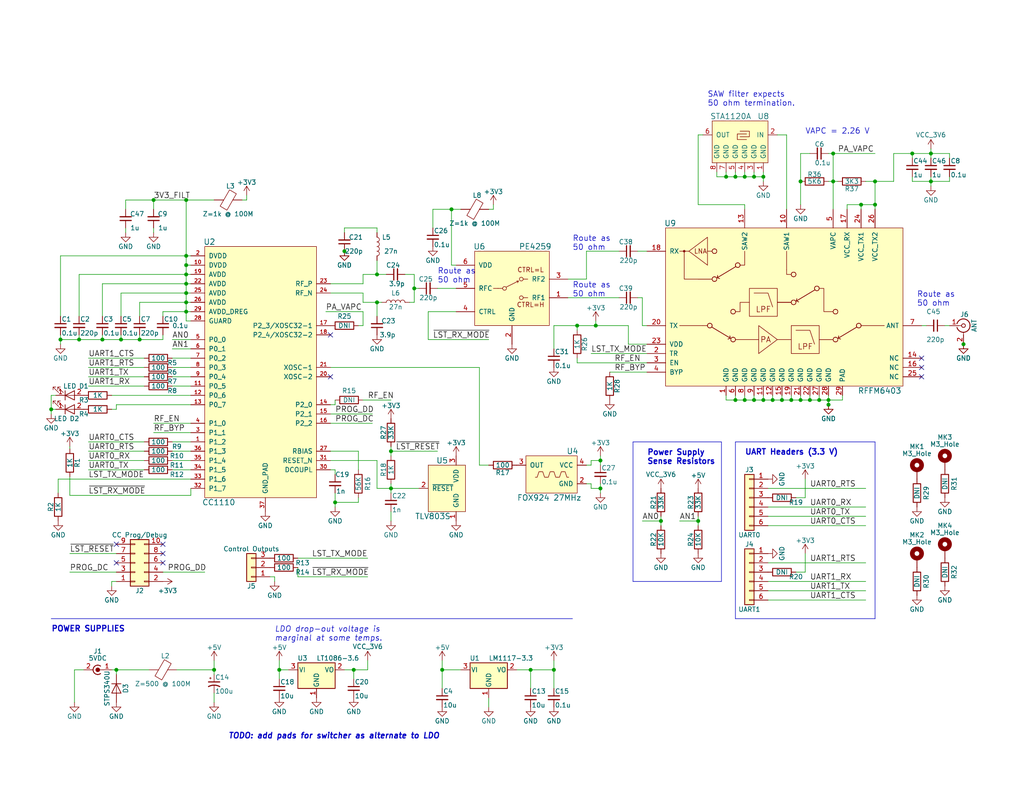
<source format=kicad_sch>
(kicad_sch (version 20230121) (generator eeschema)
  (paper "USLetter")
  (title_block (title "OpenLST Reference Design") (date "2018-08-02") (rev "2.1") (comment 1 "Drawn by Ryan Kingsbury") (comment 2 "License") (comment 3 "This work is licensed under a Creative Commons Attribution-ShareAlike 4.0 International") (comment 4 "Copyright 2018 Planet Labs Inc"))
  (junction (at 21.59 92.71))
  (junction (at 33.02 92.71))
  (junction (at 58.42 182.88))
  (junction (at 106.68 133.35))
  (junction (at 248.92 41.91))
  (junction (at 254 41.91))
  (junction (at 238.76 55.88))
  (junction (at 215.9 109.22))
  (junction (at 163.83 133.35))
  (junction (at 203.2 109.22))
  (junction (at 208.28 48.26))
  (junction (at 41.91 54.61))
  (junction (at 226.06 110.49))
  (junction (at 50.8 72.39))
  (junction (at 102.87 74.93))
  (junction (at 16.51 92.71))
  (junction (at 144.78 182.88))
  (junction (at 50.8 69.85))
  (junction (at 96.52 182.88))
  (junction (at 205.74 48.26))
  (junction (at 203.2 48.26))
  (junction (at 218.44 49.53))
  (junction (at 218.44 109.22))
  (junction (at 210.82 109.22))
  (junction (at 50.8 54.61))
  (junction (at 113.03 78.74))
  (junction (at 106.68 123.19))
  (junction (at 208.28 109.22))
  (junction (at 102.87 82.55))
  (junction (at 50.8 80.01))
  (junction (at 93.98 68.58))
  (junction (at 180.34 142.24))
  (junction (at 200.66 48.26))
  (junction (at 151.13 182.88))
  (junction (at 120.65 182.88))
  (junction (at 226.06 109.22))
  (junction (at 213.36 109.22))
  (junction (at 238.76 49.53))
  (junction (at 198.12 48.26))
  (junction (at 50.8 74.93))
  (junction (at 223.52 109.22))
  (junction (at 13.97 111.76))
  (junction (at 50.8 82.55))
  (junction (at 205.74 109.22))
  (junction (at 76.2 182.88))
  (junction (at 123.19 57.15))
  (junction (at 38.1 92.71))
  (junction (at 91.44 137.16))
  (junction (at 50.8 85.09))
  (junction (at 200.66 109.22))
  (junction (at 163.83 125.73))
  (junction (at 227.33 41.91))
  (junction (at 31.75 182.88))
  (junction (at 234.95 55.88))
  (junction (at 220.98 109.22))
  (junction (at 50.8 77.47))
  (junction (at 254 49.53))
  (junction (at 262.89 93.98))
  (junction (at 227.33 49.53))
  (junction (at 157.48 88.9))
  (junction (at 27.94 92.71))
  (junction (at 190.5 142.24))
  (junction (at 162.56 88.9))
  (no_connect (at 44.45 151.13))
  (no_connect (at 251.46 100.33))
  (no_connect (at 31.75 153.67))
  (no_connect (at 90.17 102.87))
  (no_connect (at 251.46 102.87))
  (no_connect (at 44.45 153.67))
  (no_connect (at 90.17 91.44))
  (no_connect (at 44.45 148.59))
  (no_connect (at 31.75 148.59))
  (no_connect (at 251.46 97.79))
  (wire (pts (xy 50.8 85.09) (xy 52.07 85.09)))
  (wire (pts (xy 16.51 91.44) (xy 16.51 92.71)))
  (wire (pts (xy 22.86 182.88) (xy 20.32 182.88)))
  (wire (pts (xy 99.06 82.55) (xy 99.06 80.01)))
  (wire (pts (xy 33.02 92.71) (xy 38.1 92.71)))
  (wire (pts (xy 243.84 49.53) (xy 243.84 41.91)))
  (wire (pts (xy 113.03 78.74) (xy 113.03 82.55)))
  (wire (pts (xy 248.92 48.26) (xy 248.92 49.53)))
  (wire (pts (xy 218.44 109.22) (xy 218.44 107.95)))
  (wire (pts (xy 106.68 132.08) (xy 106.68 133.35)))
  (wire (pts (xy 50.8 72.39) (xy 50.8 74.93)))
  (wire (pts (xy 205.74 48.26) (xy 208.28 48.26)))
  (wire (pts (xy 97.79 135.89) (xy 97.79 137.16)))
  (wire (pts (xy 140.97 182.88) (xy 144.78 182.88)))
  (wire (pts (xy 218.44 41.91) (xy 218.44 49.53)))
  (wire (pts (xy 50.8 82.55) (xy 52.07 82.55)))
  (wire (pts (xy 58.42 189.23) (xy 58.42 191.77)))
  (wire (pts (xy 238.76 49.53) (xy 238.76 55.88)))
  (wire (pts (xy 254 48.26) (xy 254 49.53)))
  (wire (pts (xy 238.76 49.53) (xy 243.84 49.53)))
  (wire (pts (xy 160.02 132.08) (xy 161.29 132.08)))
  (wire (pts (xy 217.17 135.89) (xy 219.71 135.89)))
  (wire (pts (xy 173.99 68.58) (xy 176.53 68.58)))
  (wire (pts (xy 31.75 182.88) (xy 40.64 182.88)))
  (polyline (pts (xy 238.76 168.91) (xy 238.76 120.65)))
  (wire (pts (xy 203.2 109.22) (xy 205.74 109.22)))
  (wire (pts (xy 205.74 109.22) (xy 208.28 109.22)))
  (wire (pts (xy 209.55 143.51) (xy 236.22 143.51)))
  (wire (pts (xy 120.65 182.88) (xy 125.73 182.88)))
  (wire (pts (xy 219.71 156.21) (xy 219.71 151.13)))
  (wire (pts (xy 209.55 158.75) (xy 236.22 158.75)))
  (wire (pts (xy 31.75 110.49) (xy 52.07 110.49)))
  (wire (pts (xy 254 49.53) (xy 259.08 49.53)))
  (wire (pts (xy 191.77 36.83) (xy 190.5 36.83)))
  (polyline (pts (xy 196.85 158.75) (xy 196.85 120.65)))
  (wire (pts (xy 157.48 90.17) (xy 157.48 88.9)))
  (wire (pts (xy 38.1 86.36) (xy 38.1 82.55)))
  (wire (pts (xy 97.79 123.19) (xy 97.79 128.27)))
  (wire (pts (xy 102.87 74.93) (xy 105.41 74.93)))
  (wire (pts (xy 30.48 111.76) (xy 31.75 111.76)))
  (wire (pts (xy 73.66 157.48) (xy 74.93 157.48)))
  (wire (pts (xy 39.37 128.27) (xy 24.13 128.27)))
  (wire (pts (xy 163.83 124.46) (xy 163.83 125.73)))
  (wire (pts (xy 99.06 88.9) (xy 99.06 85.09)))
  (wire (pts (xy 171.45 93.98) (xy 176.53 93.98)))
  (wire (pts (xy 16.51 92.71) (xy 21.59 92.71)))
  (wire (pts (xy 236.22 49.53) (xy 238.76 49.53)))
  (wire (pts (xy 248.92 43.18) (xy 248.92 41.91)))
  (wire (pts (xy 30.48 158.75) (xy 31.75 158.75)))
  (wire (pts (xy 31.75 111.76) (xy 31.75 110.49)))
  (wire (pts (xy 99.06 109.22) (xy 106.68 109.22)))
  (wire (pts (xy 39.37 100.33) (xy 24.13 100.33)))
  (wire (pts (xy 157.48 88.9) (xy 162.56 88.9)))
  (wire (pts (xy 52.07 118.11) (xy 41.91 118.11)))
  (wire (pts (xy 209.55 161.29) (xy 236.22 161.29)))
  (wire (pts (xy 208.28 48.26) (xy 208.28 49.53)))
  (wire (pts (xy 203.2 55.88) (xy 203.2 57.15)))
  (wire (pts (xy 160.02 76.2) (xy 154.94 76.2)))
  (wire (pts (xy 213.36 109.22) (xy 213.36 107.95)))
  (wire (pts (xy 106.68 121.92) (xy 106.68 123.19)))
  (wire (pts (xy 21.59 86.36) (xy 21.59 74.93)))
  (wire (pts (xy 151.13 88.9) (xy 151.13 95.25)))
  (wire (pts (xy 203.2 109.22) (xy 203.2 107.95)))
  (wire (pts (xy 227.33 41.91) (xy 238.76 41.91)))
  (wire (pts (xy 34.29 63.5) (xy 34.29 62.23)))
  (wire (pts (xy 254 41.91) (xy 259.08 41.91)))
  (wire (pts (xy 118.11 57.15) (xy 123.19 57.15)))
  (wire (pts (xy 173.99 81.28) (xy 175.26 81.28)))
  (wire (pts (xy 163.83 125.73) (xy 163.83 127)))
  (wire (pts (xy 15.875 130.81) (xy 15.875 134.62)))
  (wire (pts (xy 50.8 77.47) (xy 52.07 77.47)))
  (wire (pts (xy 38.1 92.71) (xy 38.1 91.44)))
  (wire (pts (xy 208.28 109.22) (xy 210.82 109.22)))
  (wire (pts (xy 163.83 133.35) (xy 163.83 134.62)))
  (wire (pts (xy 81.28 157.48) (xy 81.28 154.94)))
  (wire (pts (xy 31.75 184.15) (xy 31.75 182.88)))
  (wire (pts (xy 113.03 74.93) (xy 113.03 78.74)))
  (wire (pts (xy 52.07 115.57) (xy 41.91 115.57)))
  (wire (pts (xy 190.5 55.88) (xy 203.2 55.88)))
  (wire (pts (xy 81.28 152.4) (xy 100.33 152.4)))
  (wire (pts (xy 102.87 63.5) (xy 102.87 62.23)))
  (wire (pts (xy 38.1 92.71) (xy 44.45 92.71)))
  (wire (pts (xy 218.44 109.22) (xy 220.98 109.22)))
  (wire (pts (xy 46.99 125.73) (xy 52.07 125.73)))
  (wire (pts (xy 210.82 109.22) (xy 210.82 107.95)))
  (wire (pts (xy 226.06 107.95) (xy 226.06 109.22)))
  (wire (pts (xy 209.55 138.43) (xy 236.22 138.43)))
  (wire (pts (xy 33.02 80.01) (xy 50.8 80.01)))
  (wire (pts (xy 97.79 88.9) (xy 99.06 88.9)))
  (wire (pts (xy 52.07 95.25) (xy 46.99 95.25)))
  (wire (pts (xy 30.48 182.88) (xy 31.75 182.88)))
  (wire (pts (xy 144.78 182.88) (xy 151.13 182.88)))
  (wire (pts (xy 180.34 142.24) (xy 175.26 142.24)))
  (wire (pts (xy 39.37 125.73) (xy 24.13 125.73)))
  (wire (pts (xy 99.06 74.93) (xy 102.87 74.93)))
  (wire (pts (xy 91.44 137.16) (xy 91.44 138.43)))
  (wire (pts (xy 58.42 182.88) (xy 58.42 184.15)))
  (wire (pts (xy 50.8 74.93) (xy 52.07 74.93)))
  (wire (pts (xy 99.06 77.47) (xy 90.17 77.47)))
  (wire (pts (xy 27.94 86.36) (xy 27.94 77.47)))
  (wire (pts (xy 90.17 125.73) (xy 102.87 125.73)))
  (wire (pts (xy 27.94 92.71) (xy 33.02 92.71)))
  (wire (pts (xy 41.91 54.61) (xy 41.91 57.15)))
  (wire (pts (xy 259.08 41.91) (xy 259.08 43.18)))
  (wire (pts (xy 114.3 78.74) (xy 113.03 78.74)))
  (wire (pts (xy 195.58 48.26) (xy 198.12 48.26)))
  (wire (pts (xy 44.45 85.09) (xy 50.8 85.09)))
  (wire (pts (xy 93.98 182.88) (xy 96.52 182.88)))
  (wire (pts (xy 13.97 111.76) (xy 13.97 113.03)))
  (wire (pts (xy 217.17 156.21) (xy 219.71 156.21)))
  (wire (pts (xy 251.46 88.9) (xy 252.73 88.9)))
  (polyline (pts (xy 172.72 120.65) (xy 172.72 158.75)))
  (wire (pts (xy 76.2 180.34) (xy 76.2 182.88)))
  (wire (pts (xy 176.53 96.52) (xy 161.29 96.52)))
  (wire (pts (xy 213.36 109.22) (xy 215.9 109.22)))
  (wire (pts (xy 162.56 88.9) (xy 162.56 87.63)))
  (wire (pts (xy 123.19 72.39) (xy 124.46 72.39)))
  (wire (pts (xy 58.42 180.34) (xy 58.42 182.88)))
  (wire (pts (xy 227.33 41.91) (xy 227.33 49.53)))
  (wire (pts (xy 106.68 123.19) (xy 119.38 123.19)))
  (wire (pts (xy 97.79 137.16) (xy 91.44 137.16)))
  (wire (pts (xy 219.71 135.89) (xy 219.71 130.81)))
  (wire (pts (xy 227.33 49.53) (xy 227.33 57.15)))
  (wire (pts (xy 161.29 125.73) (xy 163.83 125.73)))
  (wire (pts (xy 50.8 82.55) (xy 50.8 85.09)))
  (wire (pts (xy 198.12 46.99) (xy 198.12 48.26)))
  (wire (pts (xy 34.29 57.15) (xy 34.29 54.61)))
  (wire (pts (xy 116.84 85.09) (xy 116.84 92.71)))
  (wire (pts (xy 226.06 109.22) (xy 229.87 109.22)))
  (wire (pts (xy 161.29 133.35) (xy 163.83 133.35)))
  (wire (pts (xy 50.8 54.61) (xy 50.8 69.85)))
  (wire (pts (xy 190.5 36.83) (xy 190.5 55.88)))
  (wire (pts (xy 209.55 153.67) (xy 236.22 153.67)))
  (wire (pts (xy 248.92 49.53) (xy 254 49.53)))
  (wire (pts (xy 90.17 128.27) (xy 91.44 128.27)))
  (polyline (pts (xy 196.85 120.65) (xy 172.72 120.65)))
  (wire (pts (xy 119.38 78.74) (xy 124.46 78.74)))
  (wire (pts (xy 15.875 130.81) (xy 52.07 130.81)))
  (wire (pts (xy 46.99 100.33) (xy 52.07 100.33)))
  (wire (pts (xy 220.98 109.22) (xy 223.52 109.22)))
  (wire (pts (xy 243.84 41.91) (xy 248.92 41.91)))
  (wire (pts (xy 99.06 85.09) (xy 88.9 85.09)))
  (wire (pts (xy 223.52 109.22) (xy 226.06 109.22)))
  (wire (pts (xy 198.12 107.95) (xy 198.12 109.22)))
  (wire (pts (xy 161.29 127) (xy 161.29 125.73)))
  (wire (pts (xy 21.59 92.71) (xy 21.59 91.44)))
  (wire (pts (xy 34.29 54.61) (xy 41.91 54.61)))
  (wire (pts (xy 160.02 127) (xy 161.29 127)))
  (wire (pts (xy 144.78 182.88) (xy 144.78 187.96)))
  (wire (pts (xy 133.35 127) (xy 130.81 127)))
  (wire (pts (xy 90.17 113.03) (xy 101.6 113.03)))
  (wire (pts (xy 220.98 41.91) (xy 218.44 41.91)))
  (wire (pts (xy 190.5 142.24) (xy 190.5 143.51)))
  (wire (pts (xy 200.66 107.95) (xy 200.66 109.22)))
  (wire (pts (xy 50.8 77.47) (xy 50.8 80.01)))
  (wire (pts (xy 106.68 133.35) (xy 114.3 133.35)))
  (wire (pts (xy 67.31 54.61) (xy 66.04 54.61)))
  (wire (pts (xy 229.87 109.22) (xy 229.87 107.95)))
  (wire (pts (xy 208.28 109.22) (xy 208.28 107.95)))
  (wire (pts (xy 48.26 182.88) (xy 58.42 182.88)))
  (wire (pts (xy 52.07 135.255) (xy 52.07 133.35)))
  (wire (pts (xy 50.8 80.01) (xy 50.8 82.55)))
  (wire (pts (xy 81.28 157.48) (xy 100.33 157.48)))
  (wire (pts (xy 16.51 86.36) (xy 16.51 69.85)))
  (wire (pts (xy 102.87 82.55) (xy 102.87 86.36)))
  (wire (pts (xy 209.55 140.97) (xy 236.22 140.97)))
  (wire (pts (xy 234.95 57.15) (xy 234.95 55.88)))
  (wire (pts (xy 209.55 133.35) (xy 236.22 133.35)))
  (wire (pts (xy 175.26 88.9) (xy 176.53 88.9)))
  (polyline (pts (xy 200.66 120.65) (xy 200.66 168.91)))
  (wire (pts (xy 157.48 99.06) (xy 176.53 99.06)))
  (wire (pts (xy 257.81 88.9) (xy 259.08 88.9)))
  (wire (pts (xy 254 49.53) (xy 254 50.8)))
  (wire (pts (xy 102.87 125.73) (xy 102.87 133.35)))
  (wire (pts (xy 190.5 142.24) (xy 185.42 142.24)))
  (wire (pts (xy 200.66 109.22) (xy 203.2 109.22)))
  (wire (pts (xy 30.48 107.95) (xy 52.07 107.95)))
  (wire (pts (xy 162.56 88.9) (xy 171.45 88.9)))
  (wire (pts (xy 16.51 69.85) (xy 50.8 69.85)))
  (wire (pts (xy 113.03 82.55) (xy 111.76 82.55)))
  (wire (pts (xy 226.06 109.22) (xy 226.06 110.49)))
  (wire (pts (xy 39.37 123.19) (xy 24.13 123.19)))
  (wire (pts (xy 130.81 127) (xy 130.81 100.33)))
  (wire (pts (xy 124.46 85.09) (xy 116.84 85.09)))
  (wire (pts (xy 123.19 57.15) (xy 125.73 57.15)))
  (wire (pts (xy 209.55 163.83) (xy 236.22 163.83)))
  (wire (pts (xy 96.52 185.42) (xy 96.52 182.88)))
  (wire (pts (xy 13.97 107.95) (xy 13.97 111.76)))
  (wire (pts (xy 180.34 140.97) (xy 180.34 142.24)))
  (wire (pts (xy 227.33 49.53) (xy 228.6 49.53)))
  (wire (pts (xy 195.58 46.99) (xy 195.58 48.26)))
  (wire (pts (xy 102.87 133.35) (xy 106.68 133.35)))
  (wire (pts (xy 100.33 182.88) (xy 100.33 180.34)))
  (wire (pts (xy 154.94 81.28) (xy 168.91 81.28)))
  (wire (pts (xy 175.26 81.28) (xy 175.26 88.9)))
  (wire (pts (xy 157.48 99.06) (xy 157.48 97.79)))
  (wire (pts (xy 91.44 128.27) (xy 91.44 129.54)))
  (wire (pts (xy 50.8 87.63) (xy 52.07 87.63)))
  (wire (pts (xy 120.65 180.34) (xy 120.65 182.88)))
  (wire (pts (xy 91.44 134.62) (xy 91.44 137.16)))
  (wire (pts (xy 52.07 92.71) (xy 46.99 92.71)))
  (wire (pts (xy 151.13 180.34) (xy 151.13 182.88)))
  (wire (pts (xy 74.93 157.48) (xy 74.93 158.75)))
  (wire (pts (xy 46.99 97.79) (xy 52.07 97.79)))
  (wire (pts (xy 231.14 57.15) (xy 231.14 55.88)))
  (wire (pts (xy 39.37 105.41) (xy 24.13 105.41)))
  (wire (pts (xy 106.68 133.35) (xy 106.68 134.62)))
  (wire (pts (xy 39.37 97.79) (xy 24.13 97.79)))
  (wire (pts (xy 123.19 57.15) (xy 123.19 72.39)))
  (wire (pts (xy 134.62 55.88) (xy 134.62 57.15)))
  (wire (pts (xy 50.8 72.39) (xy 52.07 72.39)))
  (wire (pts (xy 102.87 62.23) (xy 93.98 62.23)))
  (wire (pts (xy 168.91 68.58) (xy 160.02 68.58)))
  (wire (pts (xy 46.99 105.41) (xy 52.07 105.41)))
  (wire (pts (xy 76.2 182.88) (xy 76.2 185.42)))
  (wire (pts (xy 180.34 142.24) (xy 180.34 143.51)))
  (wire (pts (xy 90.17 110.49) (xy 91.44 110.49)))
  (wire (pts (xy 19.05 130.175) (xy 19.05 135.255)))
  (wire (pts (xy 90.17 123.19) (xy 97.79 123.19)))
  (wire (pts (xy 226.06 49.53) (xy 227.33 49.53)))
  (wire (pts (xy 208.28 46.99) (xy 208.28 48.26)))
  (wire (pts (xy 171.45 88.9) (xy 171.45 93.98)))
  (wire (pts (xy 15.24 111.76) (xy 13.97 111.76)))
  (wire (pts (xy 39.37 120.65) (xy 24.13 120.65)))
  (wire (pts (xy 161.29 132.08) (xy 161.29 133.35)))
  (wire (pts (xy 67.31 53.34) (xy 67.31 54.61)))
  (wire (pts (xy 102.87 82.55) (xy 104.14 82.55)))
  (wire (pts (xy 46.99 128.27) (xy 52.07 128.27)))
  (wire (pts (xy 220.98 109.22) (xy 220.98 107.95)))
  (wire (pts (xy 203.2 46.99) (xy 203.2 48.26)))
  (wire (pts (xy 215.9 109.22) (xy 215.9 107.95)))
  (wire (pts (xy 41.91 54.61) (xy 50.8 54.61)))
  (wire (pts (xy 33.02 92.71) (xy 33.02 91.44)))
  (wire (pts (xy 133.35 193.04) (xy 133.35 190.5)))
  (wire (pts (xy 93.98 62.23) (xy 93.98 63.5)))
  (wire (pts (xy 259.08 49.53) (xy 259.08 48.26)))
  (wire (pts (xy 50.8 85.09) (xy 50.8 87.63)))
  (wire (pts (xy 203.2 48.26) (xy 205.74 48.26)))
  (wire (pts (xy 120.65 182.88) (xy 120.65 187.96)))
  (wire (pts (xy 151.13 88.9) (xy 157.48 88.9)))
  (wire (pts (xy 113.03 74.93) (xy 110.49 74.93)))
  (polyline (pts (xy 13.97 168.91) (xy 156.21 168.91)))
  (wire (pts (xy 27.94 77.47) (xy 50.8 77.47)))
  (wire (pts (xy 50.8 69.85) (xy 52.07 69.85)))
  (wire (pts (xy 50.8 80.01) (xy 52.07 80.01)))
  (polyline (pts (xy 172.72 158.75) (xy 196.85 158.75)))
  (wire (pts (xy 44.45 92.71) (xy 44.45 91.44)))
  (wire (pts (xy 226.06 41.91) (xy 227.33 41.91)))
  (wire (pts (xy 90.17 100.33) (xy 130.81 100.33)))
  (wire (pts (xy 31.75 151.13) (xy 19.05 151.13)))
  (wire (pts (xy 38.1 82.55) (xy 50.8 82.55)))
  (wire (pts (xy 20.32 182.88) (xy 20.32 191.77)))
  (wire (pts (xy 215.9 109.22) (xy 218.44 109.22)))
  (wire (pts (xy 99.06 80.01) (xy 90.17 80.01)))
  (polyline (pts (xy 200.66 168.91) (xy 238.76 168.91)))
  (wire (pts (xy 27.94 92.71) (xy 27.94 91.44)))
  (wire (pts (xy 39.37 102.87) (xy 24.13 102.87)))
  (wire (pts (xy 163.83 132.08) (xy 163.83 133.35)))
  (wire (pts (xy 90.17 115.57) (xy 101.6 115.57)))
  (wire (pts (xy 160.02 68.58) (xy 160.02 76.2)))
  (wire (pts (xy 198.12 109.22) (xy 200.66 109.22)))
  (wire (pts (xy 21.59 74.93) (xy 50.8 74.93)))
  (wire (pts (xy 44.45 156.21) (xy 55.88 156.21)))
  (wire (pts (xy 50.8 69.85) (xy 50.8 72.39)))
  (wire (pts (xy 33.02 86.36) (xy 33.02 80.01)))
  (wire (pts (xy 231.14 55.88) (xy 234.95 55.88)))
  (wire (pts (xy 99.06 77.47) (xy 99.06 74.93)))
  (wire (pts (xy 106.68 139.7) (xy 106.68 142.24)))
  (wire (pts (xy 218.44 49.53) (xy 218.44 55.88)))
  (wire (pts (xy 91.44 110.49) (xy 91.44 109.22)))
  (wire (pts (xy 102.87 74.93) (xy 102.87 71.12)))
  (wire (pts (xy 200.66 48.26) (xy 200.66 46.99)))
  (wire (pts (xy 248.92 41.91) (xy 254 41.91)))
  (wire (pts (xy 19.05 135.255) (xy 52.07 135.255)))
  (wire (pts (xy 198.12 48.26) (xy 200.66 48.26)))
  (wire (pts (xy 134.62 57.15) (xy 133.35 57.15)))
  (wire (pts (xy 41.91 62.23) (xy 41.91 63.5)))
  (wire (pts (xy 118.11 62.23) (xy 118.11 57.15)))
  (wire (pts (xy 190.5 140.97) (xy 190.5 142.24)))
  (wire (pts (xy 254 41.91) (xy 254 43.18)))
  (wire (pts (xy 99.06 82.55) (xy 102.87 82.55)))
  (wire (pts (xy 15.24 107.95) (xy 13.97 107.95)))
  (wire (pts (xy 116.84 92.71) (xy 133.35 92.71)))
  (wire (pts (xy 223.52 109.22) (xy 223.52 107.95)))
  (polyline (pts (xy 238.76 120.65) (xy 200.66 120.65)))
  (wire (pts (xy 254 40.64) (xy 254 41.91)))
  (wire (pts (xy 210.82 109.22) (xy 213.36 109.22)))
  (wire (pts (xy 76.2 182.88) (xy 78.74 182.88)))
  (wire (pts (xy 44.45 85.09) (xy 44.45 86.36)))
  (wire (pts (xy 166.37 101.6) (xy 176.53 101.6)))
  (wire (pts (xy 214.63 36.83) (xy 214.63 57.15)))
  (wire (pts (xy 50.8 74.93) (xy 50.8 77.47)))
  (wire (pts (xy 30.48 160.02) (xy 30.48 158.75)))
  (wire (pts (xy 106.68 123.19) (xy 106.68 124.46)))
  (wire (pts (xy 50.8 54.61) (xy 58.42 54.61)))
  (wire (pts (xy 205.74 46.99) (xy 205.74 48.26)))
  (wire (pts (xy 19.05 121.92) (xy 19.05 122.555)))
  (wire (pts (xy 212.09 36.83) (xy 214.63 36.83)))
  (wire (pts (xy 46.99 120.65) (xy 52.07 120.65)))
  (wire (pts (xy 205.74 109.22) (xy 205.74 107.95)))
  (wire (pts (xy 234.95 55.88) (xy 238.76 55.88)))
  (wire (pts (xy 16.51 92.71) (xy 16.51 93.98)))
  (wire (pts (xy 96.52 182.88) (xy 100.33 182.88)))
  (wire (pts (xy 200.66 48.26) (xy 203.2 48.26)))
  (wire (pts (xy 238.76 55.88) (xy 238.76 57.15)))
  (wire (pts (xy 21.59 92.71) (xy 27.94 92.71)))
  (wire (pts (xy 19.05 156.21) (xy 31.75 156.21)))
  (wire (pts (xy 46.99 102.87) (xy 52.07 102.87)))
  (wire (pts (xy 151.13 182.88) (xy 151.13 187.96)))
  (wire (pts (xy 46.99 123.19) (xy 52.07 123.19)))
  (text "TODO: add pads for switcher as alternate to LDO" (at 62.23 201.93 0) (effects (font (size 1.524 1.524) (thickness 0.3048) bold italic) (justify left bottom)))
  (text "Route as\n50 ohm" (at 250.19 83.82 0) (effects (font (size 1.524 1.524)) (justify left bottom)))
  (text "UART Headers (3.3 V)" (at 203.2 124.46 0) (effects (font (size 1.524 1.524) (thickness 0.3048) bold) (justify left bottom)))
  (text "POWER SUPPLIES" (at 13.97 172.72 0) (effects (font (size 1.524 1.524) (thickness 0.3048) bold) (justify left bottom)))
  (text "SAW filter expects\n50 ohm termination." (at 193.04 29.21 0) (effects (font (size 1.524 1.524)) (justify left bottom)))
  (text "Route as\n50 ohm" (at 119.38 77.47 0) (effects (font (size 1.524 1.524)) (justify left bottom)))
  (text "Route as\n50 ohm" (at 156.21 81.28 0) (effects (font (size 1.524 1.524)) (justify left bottom)))
  (text "Power Supply\nSense Resistors" (at 176.53 127 0) (effects (font (size 1.524 1.524) (thickness 0.3048) bold) (justify left bottom)))
  (text "VAPC = 2.26 V" (at 219.71 36.83 0) (effects (font (size 1.524 1.524)) (justify left bottom)))
  (text "LDO drop-out voltage is\nmarginal at some temps." (at 74.93 175.26 0) (effects (font (size 1.524 1.524) italic) (justify left bottom)))
  (text "Route as\n50 ohm" (at 156.21 68.58 0) (effects (font (size 1.524 1.524)) (justify left bottom)))
  (label "UART0_TX" (at 220.98 140.97 0) (effects (font (size 1.524 1.524))))
  (label "~{LST_RX_MODE}" (at 85.09 157.48 0) (effects (font (size 1.524 1.524))))
  (label "~{LST_RX_MODE}" (at 118.11 92.71 0) (effects (font (size 1.524 1.524))))
  (label "~{LST_RESET}" (at 19.05 151.13 0) (effects (font (size 1.524 1.524))))
  (label "RF_EN" (at 100.33 109.22 0) (effects (font (size 1.524 1.524))))
  (label "PROG_DD" (at 91.44 113.03 0) (effects (font (size 1.524 1.524))))
  (label "3V3_FILT" (at 41.91 54.61 0) (effects (font (size 1.524 1.524))))
  (label "UART0_CTS" (at 24.13 120.65 0) (effects (font (size 1.524 1.524))))
  (label "RF_BYP" (at 41.91 118.11 0) (effects (font (size 1.524 1.524))))
  (label "UART0_RTS" (at 24.13 123.19 0) (effects (font (size 1.524 1.524))))
  (label "RF_BYP" (at 167.64 101.6 0) (effects (font (size 1.524 1.524))))
  (label "PROG_DC" (at 91.44 115.57 0) (effects (font (size 1.524 1.524))))
  (label "~{LST_RESET}" (at 107.95 123.19 0) (effects (font (size 1.524 1.524))))
  (label "UART1_TX" (at 24.13 102.87 0) (effects (font (size 1.524 1.524))))
  (label "PROG_DC" (at 19.05 156.21 0) (effects (font (size 1.524 1.524))))
  (label "AN1" (at 46.99 95.25 0) (effects (font (size 1.524 1.524))))
  (label "UART1_RTS" (at 220.98 153.67 0) (effects (font (size 1.524 1.524))))
  (label "AN1" (at 185.42 142.24 0) (effects (font (size 1.524 1.524))))
  (label "UART0_CTS" (at 220.98 143.51 0) (effects (font (size 1.524 1.524))))
  (label "PROG_DD" (at 45.72 156.21 0) (effects (font (size 1.524 1.524))))
  (label "UART1_CTS" (at 220.98 163.83 0) (effects (font (size 1.524 1.524))))
  (label "RF_EN" (at 167.64 99.06 0) (effects (font (size 1.524 1.524))))
  (label "UART1_CTS" (at 24.13 97.79 0) (effects (font (size 1.524 1.524))))
  (label "UART1_RX" (at 24.13 105.41 0) (effects (font (size 1.524 1.524))))
  (label "~{LST_RX_MODE}" (at 24.13 135.255 0) (effects (font (size 1.524 1.524))))
  (label "UART0_RTS" (at 220.98 133.35 0) (effects (font (size 1.524 1.524))))
  (label "LST_TX_MODE" (at 161.29 96.52 0) (effects (font (size 1.524 1.524))))
  (label "UART0_TX" (at 24.13 128.27 0) (effects (font (size 1.524 1.524))))
  (label "UART1_RTS" (at 24.13 100.33 0) (effects (font (size 1.524 1.524))))
  (label "UART0_RX" (at 220.98 138.43 0) (effects (font (size 1.524 1.524))))
  (label "RF_EN" (at 41.91 115.57 0) (effects (font (size 1.524 1.524))))
  (label "PA_VAPC" (at 228.6 41.91 0) (effects (font (size 1.524 1.524))))
  (label "AN0" (at 46.99 92.71 0) (effects (font (size 1.524 1.524))))
  (label "PA_VAPC" (at 88.9 85.09 0) (effects (font (size 1.524 1.524))))
  (label "UART0_RX" (at 24.13 125.73 0) (effects (font (size 1.524 1.524))))
  (label "LST_TX_MODE" (at 85.09 152.4 0) (effects (font (size 1.524 1.524))))
  (label "UART1_TX" (at 220.98 161.29 0) (effects (font (size 1.524 1.524))))
  (label "AN0" (at 175.26 142.24 0) (effects (font (size 1.524 1.524))))
  (label "UART1_RX" (at 220.98 158.75 0) (effects (font (size 1.524 1.524))))
  (label "LST_TX_MODE" (at 24.13 130.81 0) (effects (font (size 1.524 1.524))))
  (symbol (lib_id "openlst-hw:GND") (at 262.89 93.98 0) (unit 1)
    (property "Reference" "#PWR01" (effects hide))
    (property "Value" "GND" (at 262.89 97.79 0))
  )
  (symbol (lib_id "openlst-hw:GND") (at 226.06 110.49 0) (unit 1)
    (property "Reference" "#PWR02" (effects hide))
    (property "Value" "GND" (at 226.06 114.3 0))
  )
  (symbol (lib_id "openlst-hw:GND") (at 139.7 93.98 0) (unit 1)
    (property "Reference" "#PWR03" (effects hide))
    (property "Value" "GND" (at 139.7 97.79 0))
  )
  (symbol (lib_id "openlst-hw:L") (at 107.95 82.55 90) (unit 1)
    (property "Reference" "L6" (at 107.95 80.01 90))
    (property "Value" "27n" (at 107.95 83.82 90))
    (property "Footprint" "archive:L_0402_1005Metric" (effects hide))
    (property "Datasheet" "http://search.murata.co.jp/Ceramy/image/img/P02/JELF243A-0050.pdf" (effects hide))
    (property "Manuf" "Murata" (effects hide))
    (property "ManufPN" "LQW15AN27NJ00D" (effects hide))
    (property "Supplier" "Digikey" (effects hide))
    (property "SupplierPN" "490-1151-1-ND" (effects hide))
  )
  (symbol (lib_id "openlst-hw:GND") (at 93.98 68.58 0) (unit 1)
    (property "Reference" "#PWR04" (effects hide))
    (property "Value" "GND" (at 93.98 72.39 0))
  )
  (symbol (lib_id "openlst-hw:CC1110") (at 72.39 102.87 0) (unit 1)
    (property "Reference" "U2" (at 57.15 66.04 0) (effects (font (size 1.524 1.524))))
    (property "Value" "CC1110" (at 59.69 137.16 0) (effects (font (size 1.524 1.524))))
    (property "Footprint" "openlst:TI_CC_QFN36" (effects hide))
    (property "Datasheet" "http://www.ti.com/lit/ds/symlink/cc1110-cc1111.pdf" (effects hide))
    (property "Manuf" "Texas Instruments" (effects hide))
    (property "ManufPN" "CC1110F32RHHR" (effects hide))
    (property "Supplier" "Digikey" (effects hide))
    (property "SupplierPN" "296-38560-1-ND" (effects hide))
  )
  (symbol (lib_id "openlst-hw:TLV803S") (at 124.46 133.35 0) (mirror y) (unit 1)
    (property "Reference" "U5" (at 120.65 125.73 0) (effects (font (size 1.524 1.524))))
    (property "Value" "TLV803S" (at 118.11 140.97 0) (effects (font (size 1.524 1.524))))
    (property "Footprint" "archive:SOT-23" (effects hide))
    (property "Datasheet" "http://www.ti.com/lit/ds/symlink/tlv803.pdf" (effects hide))
    (property "Manuf" "Texas Instruments" (effects hide))
    (property "ManufPN" "TLV803SDBZR" (effects hide))
    (property "Supplier" "Digikey" (effects hide))
    (property "SupplierPN" "296-29196-1-ND" (effects hide))
  )
  (symbol (lib_id "openlst-hw:Conn_Coaxial") (at 262.89 88.9 0) (unit 1)
    (property "Reference" "J6" (at 263.144 85.852 0))
    (property "Value" "ANT" (at 265.811 88.9 90))
    (property "Footprint" "archive:SMA_Molex_73251-1153_EdgeMount_Horizontal" (effects hide))
    (property "Datasheet" "https://www.molex.com/pdm_docs/sd/732511150_sd.pdf" (effects hide))
    (property "Manuf" "Molex" (effects hide))
    (property "ManufPN" "732511150" (effects hide))
    (property "Supplier" "Digikey" (effects hide))
    (property "SupplierPN" "WM5534-ND" (effects hide))
  )
  (symbol (lib_id "openlst-hw:GND") (at 262.89 93.98 0) (unit 1)
    (property "Reference" "#PWR05" (effects hide))
    (property "Value" "GND" (at 262.89 97.79 0))
  )
  (symbol (lib_id "openlst-hw:C_Small") (at 255.27 88.9 270) (unit 1)
    (property "Reference" "C45" (at 252.73 85.09 90) (effects (justify left)))
    (property "Value" "220p" (at 252.73 92.71 90) (effects (justify left)))
    (property "Footprint" "archive:C_0402_1005Metric" (effects hide))
    (property "Datasheet" "https://api.kemet.com/component-edge/download/datasheet/C0402C221J2GACAUTO.pdf" (effects hide))
    (property "Manuf" "Kemet" (effects hide))
    (property "ManufPN" "C0402C221J2GACAUTO" (effects hide))
    (property "Supplier" "Digikey" (effects hide))
    (property "SupplierPN" "399-11552-1-ND" (effects hide))
  )
  (symbol (lib_id "openlst-hw:C_Small") (at 248.92 45.72 0) (unit 1)
    (property "Reference" "C44" (at 249.174 43.942 0) (effects (justify left)))
    (property "Value" "1u" (at 249.174 47.752 0) (effects (justify left)))
    (property "Footprint" "archive:C_0603_1608Metric" (effects hide))
    (property "Datasheet" "http://www.samsungsem.com/kr/support/product-search/mlcc/CL10B105MO8NNWC.jsp" (effects hide))
    (property "Manuf" "Samsung" (effects hide))
    (property "ManufPN" "CL10B105MO8NNWC" (effects hide))
    (property "Supplier" "Digikey" (effects hide))
    (property "SupplierPN" "1276-6524-6-ND" (effects hide))
  )
  (symbol (lib_id "openlst-hw:GND") (at 226.06 110.49 0) (unit 1)
    (property "Reference" "#PWR06" (effects hide))
    (property "Value" "GND" (at 226.06 114.3 0))
  )
  (symbol (lib_id "openlst-hw:GND") (at 124.46 142.24 0) (unit 1)
    (property "Reference" "#PWR027" (effects hide))
    (property "Value" "GND" (at 124.46 146.05 0))
  )
  (symbol (lib_id "openlst-hw:C_Small") (at 106.68 137.16 0) (unit 1)
    (property "Reference" "C22" (at 106.934 135.382 0) (effects (justify left)))
    (property "Value" "1n" (at 106.934 139.192 0) (effects (justify left)))
    (property "Footprint" "archive:C_0603_1608Metric" (effects hide))
    (property "Datasheet" "https://www.murata.com/~/media/webrenewal/support/library/catalog/products/capacitor/mlcc/c03e.ashx" (effects hide))
    (property "Manuf" "Murata" (effects hide))
    (property "ManufPN" "GCM188R71E102KA37D" (effects hide))
    (property "Supplier" "Digikey" (effects hide))
    (property "SupplierPN" "490-8016-1-ND" (effects hide))
  )
  (symbol (lib_id "openlst-hw:R") (at 106.68 128.27 180) (unit 1)
    (property "Reference" "R18" (at 104.648 128.27 90))
    (property "Value" "1K" (at 106.68 128.27 90))
    (property "Footprint" "archive:R_0603_1608Metric" (effects hide))
    (property "Datasheet" "http://www.yageo.com/documents/recent/PYu-RC_Group_51_RoHS_L_9.pdf" (effects hide))
    (property "Manuf" "Yageo" (effects hide))
    (property "ManufPN" "RC0603JR-071KL" (effects hide))
    (property "Supplier" "Digikey" (effects hide))
    (property "SupplierPN" "311-1.0KGRCT-ND" (effects hide))
  )
  (symbol (lib_id "openlst-hw:GND") (at 106.68 142.24 0) (unit 1)
    (property "Reference" "#PWR026" (effects hide))
    (property "Value" "GND" (at 106.68 146.05 0))
  )
  (symbol (lib_id "openlst-hw:C_Small") (at 116.84 78.74 90) (unit 1)
    (property "Reference" "C25" (at 118.11 76.2 90) (effects (justify left)))
    (property "Value" "220p" (at 119.38 81.28 90) (effects (justify left)))
    (property "Footprint" "archive:C_0402_1005Metric" (effects hide))
    (property "Datasheet" "https://api.kemet.com/component-edge/download/datasheet/C0402C221J2GACAUTO.pdf" (effects hide))
    (property "Manuf" "Kemet" (effects hide))
    (property "ManufPN" "C0402C221J2GACAUTO" (effects hide))
    (property "Supplier" "Digikey" (effects hide))
    (property "SupplierPN" "399-11552-1-ND" (effects hide))
  )
  (symbol (lib_id "openlst-hw:C_Small") (at 107.95 74.93 90) (unit 1)
    (property "Reference" "C24" (at 109.22 72.39 90) (effects (justify left)))
    (property "Value" "3.9p" (at 110.49 77.47 90) (effects (justify left)))
    (property "Footprint" "archive:C_0402_1005Metric" (effects hide))
    (property "Datasheet" "http://search.murata.co.jp/Ceramy/image/img/A01X/G101/ENG/GJM1555C1H3R9CB01-01.pdf" (effects hide))
    (property "Manuf" "Murata" (effects hide))
    (property "ManufPN" "GJM1555C1H3R9CB01D" (effects hide))
    (property "Supplier" "Digikey" (effects hide))
    (property "SupplierPN" "490-3097-1-ND" (effects hide))
  )
  (symbol (lib_id "openlst-hw:L") (at 102.87 67.31 0) (unit 1)
    (property "Reference" "L5" (at 105.41 64.77 0))
    (property "Value" "27n" (at 106.68 68.58 0))
    (property "Footprint" "archive:L_0402_1005Metric" (effects hide))
    (property "Datasheet" "http://search.murata.co.jp/Ceramy/image/img/P02/JELF243A-0050.pdf" (effects hide))
    (property "Manuf" "Murata" (effects hide))
    (property "ManufPN" "LQW15AN27NJ00D" (effects hide))
    (property "Supplier" "Digikey" (effects hide))
    (property "SupplierPN" "490-1151-1-ND" (effects hide))
  )
  (symbol (lib_id "openlst-hw:C_Small") (at 93.98 66.04 180) (unit 1)
    (property "Reference" "C21" (at 99.06 64.77 0) (effects (justify left)))
    (property "Value" "220p" (at 99.06 68.58 0) (effects (justify left)))
    (property "Footprint" "archive:C_0402_1005Metric" (effects hide))
    (property "Datasheet" "https://api.kemet.com/component-edge/download/datasheet/C0402C221J2GACAUTO.pdf" (effects hide))
    (property "Manuf" "Kemet" (effects hide))
    (property "ManufPN" "C0402C221J2GACAUTO" (effects hide))
    (property "Supplier" "Digikey" (effects hide))
    (property "SupplierPN" "399-11552-1-ND" (effects hide))
  )
  (symbol (lib_id "openlst-hw:C_Small") (at 102.87 88.9 180) (unit 1)
    (property "Reference" "C23" (at 107.95 87.63 0) (effects (justify left)))
    (property "Value" "3.9p" (at 107.95 91.44 0) (effects (justify left)))
    (property "Footprint" "archive:C_0402_1005Metric" (effects hide))
    (property "Datasheet" "http://search.murata.co.jp/Ceramy/image/img/A01X/G101/ENG/GJM1555C1H3R9CB01-01.pdf" (effects hide))
    (property "Manuf" "Murata" (effects hide))
    (property "ManufPN" "GJM1555C1H3R9CB01D" (effects hide))
    (property "Supplier" "Digikey" (effects hide))
    (property "SupplierPN" "490-3097-1-ND" (effects hide))
  )
  (symbol (lib_id "openlst-hw:GND") (at 93.98 68.58 0) (unit 1)
    (property "Reference" "#PWR07" (effects hide))
    (property "Value" "GND" (at 93.98 72.39 0))
  )
  (symbol (lib_id "openlst-hw:GND") (at 102.87 91.44 0) (unit 1)
    (property "Reference" "#PWR08" (effects hide))
    (property "Value" "GND" (at 102.87 95.25 0))
  )
  (symbol (lib_id "openlst-hw:C_Small") (at 91.44 132.08 0) (unit 1)
    (property "Reference" "C19" (at 91.44 129.54 0) (effects (justify left)))
    (property "Value" "1n" (at 91.694 134.112 0) (effects (justify left)))
    (property "Footprint" "archive:C_0603_1608Metric" (effects hide))
    (property "Datasheet" "https://www.murata.com/~/media/webrenewal/support/library/catalog/products/capacitor/mlcc/c03e.ashx" (effects hide))
    (property "Manuf" "Murata" (effects hide))
    (property "ManufPN" "GCM188R71E102KA37D" (effects hide))
    (property "Supplier" "Digikey" (effects hide))
    (property "SupplierPN" "490-8016-1-ND" (effects hide))
  )
  (symbol (lib_id "openlst-hw:R") (at 97.79 132.08 180) (unit 1)
    (property "Reference" "R16" (at 100.33 132.08 90))
    (property "Value" "56K" (at 97.79 132.08 90))
    (property "Footprint" "archive:R_0603_1608Metric" (effects hide))
    (property "Datasheet" "https://www.seielect.com/Catalog/SEI-RMCF_RMCP.pdf" (effects hide))
    (property "Manuf" "Stackpole" (effects hide))
    (property "ManufPN" "RMCF0603FT56K0" (effects hide))
    (property "Supplier" "Digikey" (effects hide))
    (property "SupplierPN" "RMCF0603FT56K0CT-ND" (effects hide))
  )
  (symbol (lib_id "openlst-hw:GND") (at 91.44 138.43 0) (unit 1)
    (property "Reference" "#PWR025" (effects hide))
    (property "Value" "GND" (at 91.44 142.24 0))
  )
  (symbol (lib_id "openlst-hw:GND") (at 72.39 139.7 0) (unit 1)
    (property "Reference" "#PWR09" (effects hide))
    (property "Value" "GND" (at 72.39 143.51 0))
  )
  (symbol (lib_id "openlst-hw:LM1117-3.3") (at 133.35 182.88 0) (unit 1)
    (property "Reference" "U1" (at 129.54 179.705 0))
    (property "Value" "LM1117-3.3" (at 133.35 179.705 0) (effects (justify left)))
    (property "Footprint" "archive:SOT-223-3_TabPin2" (effects hide))
    (property "Datasheet" "http://www.ti.com/lit/ds/symlink/lm1117.pdf" (effects hide))
    (property "Manuf" "Texas Instruments" (effects hide))
    (property "ManufPN" "LM1117IMP-3.3/NOPB" (effects hide))
    (property "Supplier" "Digikey" (effects hide))
    (property "SupplierPN" "LM1117IMP-3.3/NOPBCT-ND" (effects hide))
  )
  (symbol (lib_id "openlst-hw:+5V") (at 120.65 180.34 0) (unit 1)
    (property "Reference" "#PWR010" (effects hide))
    (property "Value" "+5V" (at 120.65 176.784 0))
  )
  (symbol (lib_id "openlst-hw:GND") (at 120.65 193.04 0) (unit 1)
    (property "Reference" "#PWR011" (effects hide))
    (property "Value" "GND" (at 120.65 196.85 0))
  )
  (symbol (lib_id "openlst-hw:C_Small") (at 120.65 190.5 0) (unit 1)
    (property "Reference" "C4" (at 120.904 188.722 0) (effects (justify left)))
    (property "Value" "10u" (at 120.904 192.532 0) (effects (justify left)))
    (property "Footprint" "archive:C_0603_1608Metric" (effects hide))
    (property "Datasheet" "http://search.murata.co.jp/Ceramy/image/img/A01X/G101/ENG/GRT188C81A106ME13-01.pdf" (effects hide))
    (property "Manuf" "Murata" (effects hide))
    (property "ManufPN" "GRT188C81A106ME13D" (effects hide))
    (property "Supplier" "Digikey" (effects hide))
    (property "SupplierPN" "490-12283-1-ND" (effects hide))
  )
  (symbol (lib_id "openlst-hw:C_Small") (at 144.78 190.5 0) (unit 1)
    (property "Reference" "C13" (at 145.034 188.722 0) (effects (justify left)))
    (property "Value" "10u" (at 145.034 192.532 0) (effects (justify left)))
    (property "Footprint" "archive:C_0603_1608Metric" (effects hide))
    (property "Datasheet" "http://search.murata.co.jp/Ceramy/image/img/A01X/G101/ENG/GRT188C81A106ME13-01.pdf" (effects hide))
    (property "Manuf" "Murata" (effects hide))
    (property "ManufPN" "GRT188C81A106ME13D" (effects hide))
    (property "Supplier" "Digikey" (effects hide))
    (property "SupplierPN" "490-12283-1-ND" (effects hide))
  )
  (symbol (lib_id "openlst-hw:C_Small") (at 151.13 190.5 0) (unit 1)
    (property "Reference" "C15" (at 151.384 188.722 0) (effects (justify left)))
    (property "Value" "0.1u" (at 151.384 192.532 0) (effects (justify left)))
    (property "Footprint" "archive:C_0603_1608Metric" (effects hide))
    (property "Datasheet" "http://datasheets.avx.com/AutoMLCC.pdf" (effects hide))
    (property "Manuf" "AVX" (effects hide))
    (property "ManufPN" "0603YC104K4T4A" (effects hide))
    (property "Supplier" "Digikey" (effects hide))
    (property "SupplierPN" "478-9382-1-ND" (effects hide))
  )
  (symbol (lib_id "openlst-hw:GND") (at 133.35 193.04 0) (unit 1)
    (property "Reference" "#PWR012" (effects hide))
    (property "Value" "GND" (at 133.35 196.85 0))
  )
  (symbol (lib_id "openlst-hw:GND") (at 144.78 193.04 0) (unit 1)
    (property "Reference" "#PWR013" (effects hide))
    (property "Value" "GND" (at 144.78 196.85 0))
  )
  (symbol (lib_id "openlst-hw:GND") (at 151.13 193.04 0) (unit 1)
    (property "Reference" "#PWR014" (effects hide))
    (property "Value" "GND" (at 151.13 196.85 0))
  )
  (symbol (lib_id "openlst-hw:Conn_Coaxial_Power") (at 27.94 182.88 270) (unit 1)
    (property "Reference" "J1" (at 26.67 177.8 90))
    (property "Value" "5VDC" (at 26.67 179.705 90))
    (property "Footprint" "archive:PinHeader_1x02_P2.54mm_Vertical" (effects hide))
  )
  (symbol (lib_id "openlst-hw:GND") (at 20.32 191.77 0) (unit 1)
    (property "Reference" "#PWR015" (effects hide))
    (property "Value" "GND" (at 20.32 195.58 0))
  )
  (symbol (lib_id "openlst-hw:D") (at 31.75 187.96 270) (unit 1)
    (property "Reference" "D3" (at 34.29 187.96 0))
    (property "Value" "STPS340U" (at 29.21 187.96 0))
    (property "Footprint" "archive:D_SMB" (effects hide))
    (property "Datasheet" "http://www.st.com/content/ccc/resource/technical/document/datasheet/bb/db/21/0c/04/d9/41/a5/CD00000844.pdf/files/CD00000844.pdf/jcr:content/translations/en.CD00000844.pdf" (effects hide))
    (property "Manuf" "STMicroelectronics" (effects hide))
    (property "ManufPN" "STPS340U" (effects hide))
    (property "Supplier" "Digikey" (effects hide))
    (property "SupplierPN" "497-2465-1-ND" (effects hide))
  )
  (symbol (lib_id "openlst-hw:Ferrite_Bead") (at 44.45 182.88 270) (unit 1)
    (property "Reference" "L2" (at 45.085 179.07 90))
    (property "Value" "Z=500 @ 100M" (at 44.45 186.69 90))
    (property "Footprint" "archive:L_1206_3216Metric" (effects hide))
    (property "Datasheet" "https://assets.lairdtech.com/home/brandworld/files/MI1206L501R-10.pdf" (effects hide))
    (property "Manuf" "Laird" (effects hide))
    (property "ManufPN" "MI1206L501R-10" (effects hide))
    (property "Supplier" "Digikey" (effects hide))
    (property "SupplierPN" "240-2407-1-ND" (effects hide))
  )
  (symbol (lib_id "openlst-hw:CP1_Small") (at 58.42 186.69 0) (unit 1)
    (property "Reference" "C14" (at 58.674 184.912 0) (effects (justify left)))
    (property "Value" "100u" (at 58.674 188.722 0) (effects (justify left)))
    (property "Footprint" "archive:CP_EIA-3528-15_AVX-H" (effects hide))
    (property "Datasheet" "http://datasheets.avx.com/TPS.pdf" (effects hide))
    (property "Manuf" "AVX" (effects hide))
    (property "ManufPN" "TPSB107M010R0400" (effects hide))
    (property "Supplier" "Digikey" (effects hide))
    (property "SupplierPN" "478-5231-1-ND" (effects hide))
  )
  (symbol (lib_id "openlst-hw:GND") (at 58.42 191.77 0) (unit 1)
    (property "Reference" "#PWR016" (effects hide))
    (property "Value" "GND" (at 58.42 195.58 0))
  )
  (symbol (lib_id "openlst-hw:+5V") (at 58.42 180.34 0) (unit 1)
    (property "Reference" "#PWR017" (effects hide))
    (property "Value" "+5V" (at 58.42 176.784 0))
  )
  (symbol (lib_id "openlst-hw:GND") (at 31.75 191.77 0) (unit 1)
    (property "Reference" "#PWR018" (effects hide))
    (property "Value" "GND" (at 31.75 195.58 0))
  )
  (symbol (lib_id "openlst-hw:RFFM6403") (at 213.36 83.82 0) (unit 1)
    (property "Reference" "U9" (at 182.88 60.96 0) (effects (font (size 1.524 1.524))))
    (property "Value" "RFFM6403" (at 240.03 106.68 0) (effects (font (size 1.524 1.524))))
    (property "Footprint" "openlst:Qorvo_LGA_28_ThermalVias" (effects hide))
    (property "Datasheet" "https://www.qorvo.com/products/d/da000805" (effects hide))
    (property "Manuf" "Qorvo" (effects hide))
    (property "ManufPN" "RFFM6403SB" (effects hide))
  )
  (symbol (lib_id "openlst-hw:LT1086-3.6") (at 86.36 182.88 0) (unit 1)
    (property "Reference" "U3" (at 82.55 179.705 0))
    (property "Value" "LT1086-3.6" (at 86.36 179.705 0) (effects (justify left)))
    (property "Footprint" "archive:TO-263-3_TabPin2" (effects hide))
    (property "Datasheet" "http://www.linear.com/docs/1722" (effects hide))
    (property "Manuf" "Linear" (effects hide))
    (property "ManufPN" "LT1086CM-3.6#PBF" (effects hide))
    (property "Supplier" "Digikey" (effects hide))
    (property "SupplierPN" "LT1086CM-3.6#PBF-ND" (effects hide))
  )
  (symbol (lib_id "openlst-hw:GND") (at 76.2 190.5 0) (unit 1)
    (property "Reference" "#PWR019" (effects hide))
    (property "Value" "GND" (at 76.2 194.31 0))
  )
  (symbol (lib_id "openlst-hw:GND") (at 86.36 190.5 0) (unit 1)
    (property "Reference" "#PWR020" (effects hide))
    (property "Value" "GND" (at 86.36 194.31 0))
  )
  (symbol (lib_id "openlst-hw:GND") (at 96.52 190.5 0) (unit 1)
    (property "Reference" "#PWR021" (effects hide))
    (property "Value" "GND" (at 96.52 194.31 0))
  )
  (symbol (lib_id "openlst-hw:+5V") (at 76.2 180.34 0) (unit 1)
    (property "Reference" "#PWR022" (effects hide))
    (property "Value" "+5V" (at 76.2 176.784 0))
  )
  (symbol (lib_id "openlst-hw:VCC_3V6") (at 100.33 180.34 0) (unit 1)
    (property "Reference" "#PWR023" (effects hide))
    (property "Value" "VCC_3V6" (at 100.33 176.53 0))
  )
  (symbol (lib_id "openlst-hw:C_Small") (at 254 45.72 0) (unit 1)
    (property "Reference" "C46" (at 254.254 43.942 0) (effects (justify left)))
    (property "Value" "1u" (at 254.254 47.752 0) (effects (justify left)))
    (property "Footprint" "archive:C_0603_1608Metric" (effects hide))
    (property "Datasheet" "http://www.samsungsem.com/kr/support/product-search/mlcc/CL10B105MO8NNWC.jsp" (effects hide))
    (property "Manuf" "Samsung" (effects hide))
    (property "ManufPN" "CL10B105MO8NNWC" (effects hide))
    (property "Supplier" "Digikey" (effects hide))
    (property "SupplierPN" "1276-6524-6-ND" (effects hide))
  )
  (symbol (lib_id "openlst-hw:R") (at 232.41 49.53 270) (unit 1)
    (property "Reference" "R37" (at 232.41 51.562 90))
    (property "Value" "3K3" (at 232.41 49.53 90))
    (property "Footprint" "archive:R_0603_1608Metric" (effects hide))
    (property "Datasheet" "https://www.seielect.com/Catalog/SEI-RMCF_RMCP.pdf" (effects hide))
    (property "Manuf" "Stackpole" (effects hide))
    (property "ManufPN" "RMCF0603FT3K30" (effects hide))
    (property "Supplier" "Digikey" (effects hide))
    (property "SupplierPN" "RMCF0603FT3K30CT-ND" (effects hide))
  )
  (symbol (lib_id "openlst-hw:R") (at 222.25 49.53 270) (unit 1)
    (property "Reference" "R36" (at 222.25 47.625 90))
    (property "Value" "5K6" (at 222.25 49.53 90))
    (property "Footprint" "archive:R_0603_1608Metric" (effects hide))
    (property "Datasheet" "https://www.seielect.com/Catalog/SEI-RMCF_RMCP.pdf" (effects hide))
    (property "Manuf" "Stackpole" (effects hide))
    (property "ManufPN" "RMCF0603FT5K60" (effects hide))
    (property "Supplier" "Digikey" (effects hide))
    (property "SupplierPN" "RMCF0603FT5K60CT-ND" (effects hide))
  )
  (symbol (lib_id "openlst-hw:GND") (at 218.44 55.88 0) (unit 1)
    (property "Reference" "#PWR024" (effects hide))
    (property "Value" "GND" (at 218.44 59.69 0))
  )
  (symbol (lib_id "openlst-hw:PE4259") (at 139.7 78.74 0) (unit 1)
    (property "Reference" "U6" (at 130.81 67.31 0) (effects (font (size 1.524 1.524))))
    (property "Value" "PE4259" (at 146.05 67.31 0) (effects (font (size 1.524 1.524))))
    (property "Footprint" "archive:SOT-363_SC-70-6" (effects hide))
    (property "Datasheet" "http://www.psemi.com/pdf/datasheets/pe4259ds.pdf" (effects hide))
    (property "Manuf" "pSemi" (effects hide))
    (property "ManufPN" "4259-63" (effects hide))
    (property "Supplier" "Digikey" (effects hide))
    (property "SupplierPN" "1046-1011-1-ND" (effects hide))
  )
  (symbol (lib_id "openlst-hw:C_Small") (at 171.45 68.58 90) (unit 1)
    (property "Reference" "C38" (at 172.72 66.04 90) (effects (justify left)))
    (property "Value" "220p" (at 173.99 71.12 90) (effects (justify left)))
    (property "Footprint" "archive:C_0402_1005Metric" (effects hide))
    (property "Datasheet" "https://api.kemet.com/component-edge/download/datasheet/C0402C221J2GACAUTO.pdf" (effects hide))
    (property "Manuf" "Kemet" (effects hide))
    (property "ManufPN" "C0402C221J2GACAUTO" (effects hide))
    (property "Supplier" "Digikey" (effects hide))
    (property "SupplierPN" "399-11552-1-ND" (effects hide))
  )
  (symbol (lib_id "openlst-hw:C_Small") (at 171.45 81.28 90) (unit 1)
    (property "Reference" "C39" (at 172.72 78.74 90) (effects (justify left)))
    (property "Value" "220p" (at 173.99 83.82 90) (effects (justify left)))
    (property "Footprint" "archive:C_0402_1005Metric" (effects hide))
    (property "Datasheet" "https://api.kemet.com/component-edge/download/datasheet/C0402C221J2GACAUTO.pdf" (effects hide))
    (property "Manuf" "Kemet" (effects hide))
    (property "ManufPN" "C0402C221J2GACAUTO" (effects hide))
    (property "Supplier" "Digikey" (effects hide))
    (property "SupplierPN" "399-11552-1-ND" (effects hide))
  )
  (symbol (lib_id "openlst-hw:C_Small") (at 118.11 64.77 0) (unit 1)
    (property "Reference" "C26" (at 118.364 62.992 0) (effects (justify left)))
    (property "Value" "0.1u" (at 118.364 66.802 0) (effects (justify left)))
    (property "Footprint" "archive:C_0603_1608Metric" (effects hide))
    (property "Datasheet" "http://datasheets.avx.com/AutoMLCC.pdf" (effects hide))
    (property "Manuf" "AVX" (effects hide))
    (property "ManufPN" "0603YC104K4T4A" (effects hide))
    (property "Supplier" "Digikey" (effects hide))
    (property "SupplierPN" "478-9382-1-ND" (effects hide))
  )
  (symbol (lib_id "openlst-hw:Conn_02x05_Odd_Even") (at 36.83 153.67 0) (mirror x) (unit 1)
    (property "Reference" "J2" (at 38.1 161.29 0))
    (property "Value" "CC Prog/Debug" (at 38.1 146.05 0))
    (property "Footprint" "archive:PinHeader_2x05_P1.27mm_Vertical_SMD" (effects hide))
    (property "Datasheet" "http://suddendocs.samtec.com/prints/ftsh-1xx-xx-xxx-dv-xxx-xxx-mkt.pdf" (effects hide))
    (property "Manuf" "Samtec" (effects hide))
    (property "ManufPN" "FTSH-105-01-L-DV-K-P" (effects hide))
    (property "Supplier" "Digikey" (effects hide))
    (property "SupplierPN" "SAM9076-ND" (effects hide))
  )
  (symbol (lib_id "openlst-hw:R") (at 43.18 97.79 270) (unit 1)
    (property "Reference" "R5" (at 46.99 99.06 90))
    (property "Value" "100" (at 43.18 97.79 90))
    (property "Footprint" "archive:R_0603_1608Metric" (effects hide))
    (property "Datasheet" "http://www.yageo.com/NewPortal/yageodocoutput?fileName=/pdf/R-Chip/PYu-AC_51_RoHS_L_6.pdf" (effects hide))
    (property "Manuf" "Yageo" (effects hide))
    (property "ManufPN" "AC0603FR-07100RL" (effects hide))
    (property "Supplier" "Digikey" (effects hide))
    (property "SupplierPN" "YAG3561CT-ND" (effects hide))
  )
  (symbol (lib_id "openlst-hw:R") (at 43.18 100.33 270) (unit 1)
    (property "Reference" "R6" (at 46.99 101.6 90))
    (property "Value" "100" (at 43.18 100.33 90))
    (property "Footprint" "archive:R_0603_1608Metric" (effects hide))
    (property "Datasheet" "http://www.yageo.com/NewPortal/yageodocoutput?fileName=/pdf/R-Chip/PYu-AC_51_RoHS_L_6.pdf" (effects hide))
    (property "Manuf" "Yageo" (effects hide))
    (property "ManufPN" "AC0603FR-07100RL" (effects hide))
    (property "Supplier" "Digikey" (effects hide))
    (property "SupplierPN" "YAG3561CT-ND" (effects hide))
  )
  (symbol (lib_id "openlst-hw:R") (at 43.18 102.87 270) (unit 1)
    (property "Reference" "R7" (at 46.99 104.14 90))
    (property "Value" "100" (at 43.18 102.87 90))
    (property "Footprint" "archive:R_0603_1608Metric" (effects hide))
    (property "Datasheet" "http://www.yageo.com/NewPortal/yageodocoutput?fileName=/pdf/R-Chip/PYu-AC_51_RoHS_L_6.pdf" (effects hide))
    (property "Manuf" "Yageo" (effects hide))
    (property "ManufPN" "AC0603FR-07100RL" (effects hide))
    (property "Supplier" "Digikey" (effects hide))
    (property "SupplierPN" "YAG3561CT-ND" (effects hide))
  )
  (symbol (lib_id "openlst-hw:R") (at 43.18 105.41 270) (unit 1)
    (property "Reference" "R8" (at 46.99 106.68 90))
    (property "Value" "100" (at 43.18 105.41 90))
    (property "Footprint" "archive:R_0603_1608Metric" (effects hide))
    (property "Datasheet" "http://www.yageo.com/NewPortal/yageodocoutput?fileName=/pdf/R-Chip/PYu-AC_51_RoHS_L_6.pdf" (effects hide))
    (property "Manuf" "Yageo" (effects hide))
    (property "ManufPN" "AC0603FR-07100RL" (effects hide))
    (property "Supplier" "Digikey" (effects hide))
    (property "SupplierPN" "YAG3561CT-ND" (effects hide))
  )
  (symbol (lib_id "openlst-hw:R") (at 43.18 120.65 270) (unit 1)
    (property "Reference" "R9" (at 48.26 121.92 90))
    (property "Value" "100" (at 43.18 120.65 90))
    (property "Footprint" "archive:R_0603_1608Metric" (effects hide))
    (property "Datasheet" "http://www.yageo.com/NewPortal/yageodocoutput?fileName=/pdf/R-Chip/PYu-AC_51_RoHS_L_6.pdf" (effects hide))
    (property "Manuf" "Yageo" (effects hide))
    (property "ManufPN" "AC0603FR-07100RL" (effects hide))
    (property "Supplier" "Digikey" (effects hide))
    (property "SupplierPN" "YAG3561CT-ND" (effects hide))
  )
  (symbol (lib_id "openlst-hw:R") (at 43.18 123.19 270) (unit 1)
    (property "Reference" "R10" (at 48.26 124.46 90))
    (property "Value" "100" (at 43.18 123.19 90))
    (property "Footprint" "archive:R_0603_1608Metric" (effects hide))
    (property "Datasheet" "http://www.yageo.com/NewPortal/yageodocoutput?fileName=/pdf/R-Chip/PYu-AC_51_RoHS_L_6.pdf" (effects hide))
    (property "Manuf" "Yageo" (effects hide))
    (property "ManufPN" "AC0603FR-07100RL" (effects hide))
    (property "Supplier" "Digikey" (effects hide))
    (property "SupplierPN" "YAG3561CT-ND" (effects hide))
  )
  (symbol (lib_id "openlst-hw:R") (at 43.18 125.73 270) (unit 1)
    (property "Reference" "R11" (at 48.26 127 90))
    (property "Value" "100" (at 43.18 125.73 90))
    (property "Footprint" "archive:R_0603_1608Metric" (effects hide))
    (property "Datasheet" "http://www.yageo.com/NewPortal/yageodocoutput?fileName=/pdf/R-Chip/PYu-AC_51_RoHS_L_6.pdf" (effects hide))
    (property "Manuf" "Yageo" (effects hide))
    (property "ManufPN" "AC0603FR-07100RL" (effects hide))
    (property "Supplier" "Digikey" (effects hide))
    (property "SupplierPN" "YAG3561CT-ND" (effects hide))
  )
  (symbol (lib_id "openlst-hw:R") (at 43.18 128.27 270) (unit 1)
    (property "Reference" "R12" (at 48.26 129.54 90))
    (property "Value" "100" (at 43.18 128.27 90))
    (property "Footprint" "archive:R_0603_1608Metric" (effects hide))
    (property "Datasheet" "http://www.yageo.com/NewPortal/yageodocoutput?fileName=/pdf/R-Chip/PYu-AC_51_RoHS_L_6.pdf" (effects hide))
    (property "Manuf" "Yageo" (effects hide))
    (property "ManufPN" "AC0603FR-07100RL" (effects hide))
    (property "Supplier" "Digikey" (effects hide))
    (property "SupplierPN" "YAG3561CT-ND" (effects hide))
  )
  (symbol (lib_id "openlst-hw:+3.3V") (at 67.31 53.34 0) (unit 1)
    (property "Reference" "#PWR042" (effects hide))
    (property "Value" "+3.3V" (at 67.31 49.784 0))
  )
  (symbol (lib_id "openlst-hw:+3.3V") (at 162.56 87.63 0) (unit 1)
    (property "Reference" "#PWR028" (effects hide))
    (property "Value" "+3.3V" (at 162.56 84.074 0))
  )
  (symbol (lib_id "openlst-hw:C_Small") (at 151.13 97.79 0) (unit 1)
    (property "Reference" "C31" (at 151.384 96.012 0) (effects (justify left)))
    (property "Value" "0.1u" (at 151.384 99.822 0) (effects (justify left)))
    (property "Footprint" "archive:C_0603_1608Metric" (effects hide))
    (property "Datasheet" "http://datasheets.avx.com/AutoMLCC.pdf" (effects hide))
    (property "Manuf" "AVX" (effects hide))
    (property "ManufPN" "0603YC104K4T4A" (effects hide))
    (property "Supplier" "Digikey" (effects hide))
    (property "SupplierPN" "478-9382-1-ND" (effects hide))
  )
  (symbol (lib_id "openlst-hw:GND") (at 151.13 100.33 0) (unit 1)
    (property "Reference" "#PWR029" (effects hide))
    (property "Value" "GND" (at 151.13 104.14 0))
  )
  (symbol (lib_id "openlst-hw:R") (at 166.37 105.41 0) (unit 1)
    (property "Reference" "R28" (at 168.402 105.41 90))
    (property "Value" "1K" (at 166.37 105.41 90))
    (property "Footprint" "archive:R_0603_1608Metric" (effects hide))
    (property "Datasheet" "http://www.yageo.com/documents/recent/PYu-RC_Group_51_RoHS_L_9.pdf" (effects hide))
    (property "Manuf" "Yageo" (effects hide))
    (property "ManufPN" "RC0603JR-071KL" (effects hide))
    (property "Supplier" "Digikey" (effects hide))
    (property "SupplierPN" "311-1.0KGRCT-ND" (effects hide))
  )
  (symbol (lib_id "openlst-hw:GND") (at 166.37 109.22 0) (unit 1)
    (property "Reference" "#PWR030" (effects hide))
    (property "Value" "GND" (at 166.37 113.03 0))
  )
  (symbol (lib_id "openlst-hw:R") (at 157.48 93.98 0) (unit 1)
    (property "Reference" "R26" (at 159.512 93.98 90))
    (property "Value" "1K" (at 157.48 93.98 90))
    (property "Footprint" "archive:R_0603_1608Metric" (effects hide))
    (property "Datasheet" "http://www.yageo.com/documents/recent/PYu-RC_Group_51_RoHS_L_9.pdf" (effects hide))
    (property "Manuf" "Yageo" (effects hide))
    (property "ManufPN" "RC0603JR-071KL" (effects hide))
    (property "Supplier" "Digikey" (effects hide))
    (property "SupplierPN" "311-1.0KGRCT-ND" (effects hide))
  )
  (symbol (lib_id "openlst-hw:R") (at 19.05 126.365 0) (unit 1)
    (property "Reference" "R1" (at 21.082 126.365 90))
    (property "Value" "1K" (at 19.05 126.365 90))
    (property "Footprint" "archive:R_0603_1608Metric" (effects hide))
    (property "Datasheet" "http://www.yageo.com/documents/recent/PYu-RC_Group_51_RoHS_L_9.pdf" (effects hide))
    (property "Manuf" "Yageo" (effects hide))
    (property "ManufPN" "RC0603JR-071KL" (effects hide))
    (property "Supplier" "Digikey" (effects hide))
    (property "SupplierPN" "311-1.0KGRCT-ND" (effects hide))
  )
  (symbol (lib_id "openlst-hw:R") (at 15.875 138.43 180) (unit 1)
    (property "Reference" "R2" (at 13.843 138.43 90))
    (property "Value" "1K" (at 15.875 138.43 90))
    (property "Footprint" "archive:R_0603_1608Metric" (effects hide))
    (property "Datasheet" "http://www.yageo.com/documents/recent/PYu-RC_Group_51_RoHS_L_9.pdf" (effects hide))
    (property "Manuf" "Yageo" (effects hide))
    (property "ManufPN" "RC0603JR-071KL" (effects hide))
    (property "Supplier" "Digikey" (effects hide))
    (property "SupplierPN" "311-1.0KGRCT-ND" (effects hide))
  )
  (symbol (lib_id "openlst-hw:+3.3V") (at 19.05 121.92 0) (unit 1)
    (property "Reference" "#PWR031" (effects hide))
    (property "Value" "+3.3V" (at 19.05 118.364 0))
  )
  (symbol (lib_id "openlst-hw:GND") (at 30.48 160.02 0) (unit 1)
    (property "Reference" "#PWR032" (effects hide))
    (property "Value" "GND" (at 30.48 163.83 0))
  )
  (symbol (lib_id "openlst-hw:+3.3V") (at 44.45 158.75 270) (unit 1)
    (property "Reference" "#PWR033" (effects hide))
    (property "Value" "+3.3V" (at 45.72 161.29 90))
  )
  (symbol (lib_id "openlst-hw:FOX924") (at 149.86 129.54 0) (mirror y) (unit 1)
    (property "Reference" "U4" (at 156.21 123.19 0) (effects (font (size 1.524 1.524))))
    (property "Value" "FOX924 27MHz" (at 149.86 135.89 0) (effects (font (size 1.524 1.524))))
    (property "Footprint" "archive:Oscillator_SMD_Fordahl_DFAS15-4Pin_5.0x3.2mm" (effects hide))
    (property "Datasheet" "http://www.foxonline.com/pdfs/fox924.pdf" (effects hide))
    (property "Manuf" "Fox Electronics" (effects hide))
    (property "ManufPN" "FT5HNBPK27.0-T1" (effects hide))
    (property "Supplier" "Digikey" (effects hide))
    (property "SupplierPN" "631-1075-1-ND" (effects hide))
  )
  (symbol (lib_id "openlst-hw:R") (at 137.16 127 270) (unit 1)
    (property "Reference" "R17" (at 137.16 129.032 90))
    (property "Value" "100" (at 137.16 127 90))
    (property "Footprint" "archive:R_0603_1608Metric" (effects hide))
    (property "Datasheet" "http://www.yageo.com/NewPortal/yageodocoutput?fileName=/pdf/R-Chip/PYu-AC_51_RoHS_L_6.pdf" (effects hide))
    (property "Manuf" "Yageo" (effects hide))
    (property "ManufPN" "AC0603FR-07100RL" (effects hide))
    (property "Supplier" "Digikey" (effects hide))
    (property "SupplierPN" "YAG3561CT-ND" (effects hide))
  )
  (symbol (lib_id "openlst-hw:+3.3V") (at 163.83 124.46 0) (unit 1)
    (property "Reference" "#PWR034" (effects hide))
    (property "Value" "+3.3V" (at 163.83 120.904 0))
  )
  (symbol (lib_id "openlst-hw:GND") (at 163.83 134.62 0) (unit 1)
    (property "Reference" "#PWR035" (effects hide))
    (property "Value" "GND" (at 163.83 138.43 0))
  )
  (symbol (lib_id "openlst-hw:C_Small") (at 163.83 129.54 0) (unit 1)
    (property "Reference" "C27" (at 164.084 127.762 0) (effects (justify left)))
    (property "Value" "0.1u" (at 164.084 131.572 0) (effects (justify left)))
    (property "Footprint" "archive:C_0603_1608Metric" (effects hide))
    (property "Datasheet" "http://datasheets.avx.com/AutoMLCC.pdf" (effects hide))
    (property "Manuf" "AVX" (effects hide))
    (property "ManufPN" "0603YC104K4T4A" (effects hide))
    (property "Supplier" "Digikey" (effects hide))
    (property "SupplierPN" "478-9382-1-ND" (effects hide))
  )
  (symbol (lib_id "openlst-hw:+3.3V") (at 124.46 124.46 0) (unit 1)
    (property "Reference" "#PWR036" (effects hide))
    (property "Value" "+3.3V" (at 124.46 120.904 0))
  )
  (symbol (lib_id "openlst-hw:R") (at 95.25 109.22 270) (unit 1)
    (property "Reference" "R15" (at 95.25 106.68 90))
    (property "Value" "DNI" (at 95.25 109.22 90))
    (property "Footprint" "archive:R_0603_1608Metric" (effects hide))
  )
  (symbol (lib_id "openlst-hw:LED") (at 19.05 107.95 0) (mirror x) (unit 1)
    (property "Reference" "D1" (at 22.86 105.41 0))
    (property "Value" "LED" (at 19.05 105.41 0))
    (property "Footprint" "archive:LED_0603_1608Metric" (effects hide))
    (property "Datasheet" "http://katalog.we-online.de/led/datasheet/150060VS75000.pdf" (effects hide))
    (property "Manuf" "Wurth" (effects hide))
    (property "ManufPN" "150060VS75000" (effects hide))
    (property "Supplier" "Digikey" (effects hide))
    (property "SupplierPN" "732-4980-1-ND" (effects hide))
  )
  (symbol (lib_id "openlst-hw:R") (at 26.67 107.95 90) (mirror x) (unit 1)
    (property "Reference" "R3" (at 22.86 109.22 90))
    (property "Value" "1K" (at 26.67 107.95 90))
    (property "Footprint" "archive:R_0603_1608Metric" (effects hide))
    (property "Datasheet" "http://www.yageo.com/documents/recent/PYu-RC_Group_51_RoHS_L_9.pdf" (effects hide))
    (property "Manuf" "Yageo" (effects hide))
    (property "ManufPN" "RC0603JR-071KL" (effects hide))
    (property "Supplier" "Digikey" (effects hide))
    (property "SupplierPN" "311-1.0KGRCT-ND" (effects hide))
  )
  (symbol (lib_id "openlst-hw:LED") (at 19.05 111.76 0) (mirror x) (unit 1)
    (property "Reference" "D2" (at 20.32 114.3 0))
    (property "Value" "LED" (at 16.51 114.3 0))
    (property "Footprint" "archive:LED_0603_1608Metric" (effects hide))
    (property "Datasheet" "http://katalog.we-online.de/led/datasheet/150060SS75000.pdf" (effects hide))
    (property "Manuf" "Wurth" (effects hide))
    (property "ManufPN" "150060SS75000" (effects hide))
    (property "Supplier" "Digikey" (effects hide))
    (property "SupplierPN" "732-4979-1-ND" (effects hide))
  )
  (symbol (lib_id "openlst-hw:GND") (at 13.97 113.03 0) (mirror y) (unit 1)
    (property "Reference" "#PWR037" (effects hide))
    (property "Value" "GND" (at 13.97 116.84 0))
  )
  (symbol (lib_id "openlst-hw:R") (at 26.67 111.76 90) (mirror x) (unit 1)
    (property "Reference" "R4" (at 22.86 113.03 90))
    (property "Value" "1K" (at 26.67 111.76 90))
    (property "Footprint" "archive:R_0603_1608Metric" (effects hide))
    (property "Datasheet" "http://www.yageo.com/documents/recent/PYu-RC_Group_51_RoHS_L_9.pdf" (effects hide))
    (property "Manuf" "Yageo" (effects hide))
    (property "ManufPN" "RC0603JR-071KL" (effects hide))
    (property "Supplier" "Digikey" (effects hide))
    (property "SupplierPN" "311-1.0KGRCT-ND" (effects hide))
  )
  (symbol (lib_id "openlst-hw:Conn_01x06") (at 204.47 135.89 0) (mirror y) (unit 1)
    (property "Reference" "J3" (at 204.47 128.27 0))
    (property "Value" "UART0" (at 204.47 146.05 0))
    (property "Footprint" "archive:PinHeader_1x06_P2.54mm_Vertical" (effects hide))
    (property "Datasheet" "http://katalog.we-online.de/em/datasheet/6130xx11121.pdf" (effects hide))
    (property "Manuf" "Wurth" (effects hide))
    (property "ManufPN" "61300611121" (effects hide))
    (property "Supplier" "Digikey" (effects hide))
    (property "SupplierPN" "732-5319-ND" (effects hide))
  )
  (symbol (lib_id "openlst-hw:GND") (at 209.55 130.81 90) (unit 1)
    (property "Reference" "#PWR038" (effects hide))
    (property "Value" "GND" (at 213.36 130.81 0))
  )
  (symbol (lib_id "openlst-hw:R") (at 213.36 135.89 270) (unit 1)
    (property "Reference" "R19" (at 217.17 137.16 90))
    (property "Value" "DNI" (at 213.36 135.89 90))
    (property "Footprint" "archive:R_0603_1608Metric" (effects hide))
  )
  (symbol (lib_id "openlst-hw:+3.3V") (at 219.71 130.81 0) (unit 1)
    (property "Reference" "#PWR039" (effects hide))
    (property "Value" "+3.3V" (at 219.71 127.254 0))
  )
  (symbol (lib_id "openlst-hw:Conn_01x06") (at 204.47 156.21 0) (mirror y) (unit 1)
    (property "Reference" "J4" (at 204.47 148.59 0))
    (property "Value" "UART1" (at 204.47 166.37 0))
    (property "Footprint" "archive:PinHeader_1x06_P2.54mm_Vertical" (effects hide))
    (property "Datasheet" "http://katalog.we-online.de/em/datasheet/6130xx11121.pdf" (effects hide))
    (property "Manuf" "Wurth" (effects hide))
    (property "ManufPN" "61300611121" (effects hide))
    (property "Supplier" "Digikey" (effects hide))
    (property "SupplierPN" "732-5319-ND" (effects hide))
  )
  (symbol (lib_id "openlst-hw:GND") (at 209.55 151.13 90) (unit 1)
    (property "Reference" "#PWR040" (effects hide))
    (property "Value" "GND" (at 213.36 151.13 0))
  )
  (symbol (lib_id "openlst-hw:R") (at 213.36 156.21 270) (unit 1)
    (property "Reference" "R20" (at 217.17 157.48 90))
    (property "Value" "DNI" (at 213.36 156.21 90))
    (property "Footprint" "archive:R_0603_1608Metric" (effects hide))
  )
  (symbol (lib_id "openlst-hw:+3.3V") (at 219.71 151.13 0) (unit 1)
    (property "Reference" "#PWR041" (effects hide))
    (property "Value" "+3.3V" (at 219.71 147.574 0))
  )
  (symbol (lib_id "openlst-hw:C_Small") (at 16.51 88.9 0) (unit 1)
    (property "Reference" "C1" (at 16.764 87.122 0) (effects (justify left)))
    (property "Value" "0.1u" (at 16.764 90.932 0) (effects (justify left)))
    (property "Footprint" "archive:C_0603_1608Metric" (effects hide))
    (property "Datasheet" "http://datasheets.avx.com/AutoMLCC.pdf" (effects hide))
    (property "Manuf" "AVX" (effects hide))
    (property "ManufPN" "0603YC104K4T4A" (effects hide))
    (property "Supplier" "Digikey" (effects hide))
    (property "SupplierPN" "478-9382-1-ND" (effects hide))
  )
  (symbol (lib_id "openlst-hw:C_Small") (at 44.45 88.9 0) (unit 1)
    (property "Reference" "C10" (at 44.704 87.122 0) (effects (justify left)))
    (property "Value" "0.1u" (at 46.99 88.9 0) (effects (justify left)))
    (property "Footprint" "archive:C_0603_1608Metric" (effects hide))
    (property "Datasheet" "http://datasheets.avx.com/AutoMLCC.pdf" (effects hide))
    (property "Manuf" "AVX" (effects hide))
    (property "ManufPN" "0603YC104K4T4A" (effects hide))
    (property "Supplier" "Digikey" (effects hide))
    (property "SupplierPN" "478-9382-1-ND" (effects hide))
  )
  (symbol (lib_id "openlst-hw:C_Small") (at 21.59 88.9 0) (unit 1)
    (property "Reference" "C2" (at 21.844 87.122 0) (effects (justify left)))
    (property "Value" "220p" (at 21.844 90.932 0) (effects (justify left)))
    (property "Footprint" "archive:C_0402_1005Metric" (effects hide))
    (property "Datasheet" "https://api.kemet.com/component-edge/download/datasheet/C0402C221J2GACAUTO.pdf" (effects hide))
    (property "Manuf" "Kemet" (effects hide))
    (property "ManufPN" "C0402C221J2GACAUTO" (effects hide))
    (property "Supplier" "Digikey" (effects hide))
    (property "SupplierPN" "399-11552-1-ND" (effects hide))
  )
  (symbol (lib_id "openlst-hw:C_Small") (at 38.1 88.9 0) (unit 1)
    (property "Reference" "C7" (at 38.354 87.122 0) (effects (justify left)))
    (property "Value" "220p" (at 38.354 90.932 0) (effects (justify left)))
    (property "Footprint" "archive:C_0402_1005Metric" (effects hide))
    (property "Datasheet" "https://api.kemet.com/component-edge/download/datasheet/C0402C221J2GACAUTO.pdf" (effects hide))
    (property "Manuf" "Kemet" (effects hide))
    (property "ManufPN" "C0402C221J2GACAUTO" (effects hide))
    (property "Supplier" "Digikey" (effects hide))
    (property "SupplierPN" "399-11552-1-ND" (effects hide))
  )
  (symbol (lib_id "openlst-hw:C_Small") (at 33.02 88.9 0) (unit 1)
    (property "Reference" "C5" (at 33.274 87.122 0) (effects (justify left)))
    (property "Value" "0.1u" (at 33.274 90.932 0) (effects (justify left)))
    (property "Footprint" "archive:C_0603_1608Metric" (effects hide))
    (property "Datasheet" "http://datasheets.avx.com/AutoMLCC.pdf" (effects hide))
    (property "Manuf" "AVX" (effects hide))
    (property "ManufPN" "0603YC104K4T4A" (effects hide))
    (property "Supplier" "Digikey" (effects hide))
    (property "SupplierPN" "478-9382-1-ND" (effects hide))
  )
  (symbol (lib_id "openlst-hw:C_Small") (at 27.94 88.9 0) (unit 1)
    (property "Reference" "C3" (at 28.194 87.122 0) (effects (justify left)))
    (property "Value" "0.1u" (at 28.194 90.932 0) (effects (justify left)))
    (property "Footprint" "archive:C_0603_1608Metric" (effects hide))
    (property "Datasheet" "http://datasheets.avx.com/AutoMLCC.pdf" (effects hide))
    (property "Manuf" "AVX" (effects hide))
    (property "ManufPN" "0603YC104K4T4A" (effects hide))
    (property "Supplier" "Digikey" (effects hide))
    (property "SupplierPN" "478-9382-1-ND" (effects hide))
  )
  (symbol (lib_id "openlst-hw:GND") (at 16.51 93.98 0) (unit 1)
    (property "Reference" "#PWR043" (effects hide))
    (property "Value" "GND" (at 16.51 97.79 0))
  )
  (symbol (lib_id "openlst-hw:C_Small") (at 41.91 59.69 180) (unit 1)
    (property "Reference" "C9" (at 45.72 58.42 0) (effects (justify left)))
    (property "Value" "1u" (at 45.72 62.23 0) (effects (justify left)))
    (property "Footprint" "archive:C_0603_1608Metric" (effects hide))
    (property "Datasheet" "http://www.samsungsem.com/kr/support/product-search/mlcc/CL10B105MO8NNWC.jsp" (effects hide))
    (property "Manuf" "Samsung" (effects hide))
    (property "ManufPN" "CL10B105MO8NNWC" (effects hide))
    (property "Supplier" "Digikey" (effects hide))
    (property "SupplierPN" "1276-6524-6-ND" (effects hide))
  )
  (symbol (lib_id "openlst-hw:GND") (at 41.91 63.5 0) (unit 1)
    (property "Reference" "#PWR044" (effects hide))
    (property "Value" "GND" (at 41.91 67.31 0))
  )
  (symbol (lib_id "openlst-hw:R") (at 180.34 137.16 180) (unit 1)
    (property "Reference" "R21" (at 178.308 137.16 90))
    (property "Value" "33K" (at 180.34 137.16 90))
    (property "Footprint" "archive:R_0603_1608Metric" (effects hide))
    (property "Datasheet" "http://www.yageo.com/NewPortal/yageodocoutput?fileName=/pdf/R-Chip/PYu-AC_51_RoHS_L_6.pdf" (effects hide))
    (property "Manuf" "Yageo" (effects hide))
    (property "ManufPN" "AC0603FR-0733KL" (effects hide))
    (property "Supplier" "Digikey" (effects hide))
    (property "SupplierPN" "YAG3598CT-ND" (effects hide))
  )
  (symbol (lib_id "openlst-hw:R") (at 180.34 147.32 180) (unit 1)
    (property "Reference" "R22" (at 178.308 147.32 90))
    (property "Value" "10K" (at 180.34 147.32 90))
    (property "Footprint" "archive:R_0603_1608Metric" (effects hide))
    (property "Datasheet" "http://www.yageo.com/documents/recent/PYu-RC_Group_51_RoHS_L_9.pdf" (effects hide))
    (property "Manuf" "Yageo" (effects hide))
    (property "ManufPN" "RC0603JR-0710KL" (effects hide))
    (property "Supplier" "Digikey" (effects hide))
    (property "SupplierPN" "311-10KGRCT-ND" (effects hide))
  )
  (symbol (lib_id "openlst-hw:GND") (at 180.34 151.13 0) (unit 1)
    (property "Reference" "#PWR045" (effects hide))
    (property "Value" "GND" (at 180.34 154.94 0))
  )
  (symbol (lib_id "openlst-hw:VCC_3V6") (at 180.34 133.35 0) (unit 1)
    (property "Reference" "#PWR046" (effects hide))
    (property "Value" "VCC_3V6" (at 180.34 129.54 0))
  )
  (symbol (lib_id "openlst-hw:R") (at 190.5 137.16 180) (unit 1)
    (property "Reference" "R23" (at 188.468 137.16 90))
    (property "Value" "33K" (at 190.5 137.16 90))
    (property "Footprint" "archive:R_0603_1608Metric" (effects hide))
    (property "Datasheet" "http://www.yageo.com/NewPortal/yageodocoutput?fileName=/pdf/R-Chip/PYu-AC_51_RoHS_L_6.pdf" (effects hide))
    (property "Manuf" "Yageo" (effects hide))
    (property "ManufPN" "AC0603FR-0733KL" (effects hide))
    (property "Supplier" "Digikey" (effects hide))
    (property "SupplierPN" "YAG3598CT-ND" (effects hide))
  )
  (symbol (lib_id "openlst-hw:R") (at 190.5 147.32 180) (unit 1)
    (property "Reference" "R24" (at 188.468 147.32 90))
    (property "Value" "10K" (at 190.5 147.32 90))
    (property "Footprint" "archive:R_0603_1608Metric" (effects hide))
    (property "Datasheet" "http://www.yageo.com/documents/recent/PYu-RC_Group_51_RoHS_L_9.pdf" (effects hide))
    (property "Manuf" "Yageo" (effects hide))
    (property "ManufPN" "RC0603JR-0710KL" (effects hide))
    (property "Supplier" "Digikey" (effects hide))
    (property "SupplierPN" "311-10KGRCT-ND" (effects hide))
  )
  (symbol (lib_id "openlst-hw:GND") (at 190.5 151.13 0) (unit 1)
    (property "Reference" "#PWR047" (effects hide))
    (property "Value" "GND" (at 190.5 154.94 0))
  )
  (symbol (lib_id "openlst-hw:+5V") (at 190.5 133.35 0) (unit 1)
    (property "Reference" "#PWR048" (effects hide))
    (property "Value" "+5V" (at 190.5 129.794 0))
  )
  (symbol (lib_id "openlst-hw:GND") (at 208.28 49.53 0) (unit 1)
    (property "Reference" "#PWR049" (effects hide))
    (property "Value" "GND" (at 208.28 53.34 0))
  )
  (symbol (lib_id "openlst-hw:+3.3V") (at 134.62 55.88 0) (unit 1)
    (property "Reference" "#PWR050" (effects hide))
    (property "Value" "+3.3V" (at 134.62 52.324 0))
  )
  (symbol (lib_id "openlst-hw:GND") (at 118.11 67.31 0) (unit 1)
    (property "Reference" "#PWR051" (effects hide))
    (property "Value" "GND" (at 118.11 71.12 0))
  )
  (symbol (lib_id "openlst-hw:+3.3V") (at 151.13 180.34 0) (unit 1)
    (property "Reference" "#PWR052" (effects hide))
    (property "Value" "+3.3V" (at 151.13 176.784 0))
  )
  (symbol (lib_id "openlst-hw:C_Small") (at 34.29 59.69 180) (unit 1)
    (property "Reference" "C47" (at 39.37 58.42 0) (effects (justify left)))
    (property "Value" "1u" (at 38.1 62.23 0) (effects (justify left)))
    (property "Footprint" "archive:C_0603_1608Metric" (effects hide))
    (property "Datasheet" "http://www.samsungsem.com/kr/support/product-search/mlcc/CL10B105MO8NNWC.jsp" (effects hide))
    (property "Manuf" "Samsung" (effects hide))
    (property "ManufPN" "CL10B105MO8NNWC" (effects hide))
    (property "Supplier" "Digikey" (effects hide))
    (property "SupplierPN" "1276-6524-6-ND" (effects hide))
  )
  (symbol (lib_id "openlst-hw:GND") (at 34.29 63.5 0) (unit 1)
    (property "Reference" "#PWR053" (effects hide))
    (property "Value" "GND" (at 34.29 67.31 0))
  )
  (symbol (lib_id "openlst-hw:Conn_01x03") (at 68.58 154.94 180) (unit 1)
    (property "Reference" "J5" (at 68.58 160.02 0))
    (property "Value" "Control Outputs" (at 68.58 149.86 0))
    (property "Footprint" "archive:PinHeader_1x03_P2.54mm_Vertical" (effects hide))
  )
  (symbol (lib_id "openlst-hw:GND") (at 74.93 158.75 0) (unit 1)
    (property "Reference" "#PWR054" (effects hide))
    (property "Value" "GND" (at 74.93 162.56 0))
  )
  (symbol (lib_id "openlst-hw:R") (at 77.47 154.94 270) (unit 1)
    (property "Reference" "R14" (at 82.55 156.21 90))
    (property "Value" "100" (at 77.47 154.94 90))
    (property "Footprint" "archive:R_0603_1608Metric" (effects hide))
    (property "Datasheet" "http://www.yageo.com/NewPortal/yageodocoutput?fileName=/pdf/R-Chip/PYu-AC_51_RoHS_L_6.pdf" (effects hide))
    (property "Manuf" "Yageo" (effects hide))
    (property "ManufPN" "AC0603FR-07100RL" (effects hide))
    (property "Supplier" "Digikey" (effects hide))
    (property "SupplierPN" "YAG3561CT-ND" (effects hide))
  )
  (symbol (lib_id "openlst-hw:R") (at 77.47 152.4 270) (unit 1)
    (property "Reference" "R13" (at 82.55 153.67 90))
    (property "Value" "100" (at 77.47 152.4 90))
    (property "Footprint" "archive:R_0603_1608Metric" (effects hide))
    (property "Datasheet" "http://www.yageo.com/NewPortal/yageodocoutput?fileName=/pdf/R-Chip/PYu-AC_51_RoHS_L_6.pdf" (effects hide))
    (property "Manuf" "Yageo" (effects hide))
    (property "ManufPN" "AC0603FR-07100RL" (effects hide))
    (property "Supplier" "Digikey" (effects hide))
    (property "SupplierPN" "YAG3561CT-ND" (effects hide))
  )
  (symbol (lib_id "openlst-hw:C_Small") (at 76.2 187.96 0) (unit 1)
    (property "Reference" "C18" (at 76.454 186.182 0) (effects (justify left)))
    (property "Value" "10u" (at 76.454 189.992 0) (effects (justify left)))
    (property "Footprint" "archive:C_0603_1608Metric" (effects hide))
    (property "Datasheet" "http://search.murata.co.jp/Ceramy/image/img/A01X/G101/ENG/GRT188C81A106ME13-01.pdf" (effects hide))
    (property "Manuf" "Murata" (effects hide))
    (property "ManufPN" "GRT188C81A106ME13D" (effects hide))
    (property "Supplier" "Digikey" (effects hide))
    (property "SupplierPN" "490-12283-1-ND" (effects hide))
  )
  (symbol (lib_id "openlst-hw:C_Small") (at 96.52 187.96 0) (unit 1)
    (property "Reference" "C20" (at 96.774 186.182 0) (effects (justify left)))
    (property "Value" "10u" (at 96.774 189.992 0) (effects (justify left)))
    (property "Footprint" "archive:C_0603_1608Metric" (effects hide))
    (property "Datasheet" "http://search.murata.co.jp/Ceramy/image/img/A01X/G101/ENG/GRT188C81A106ME13-01.pdf" (effects hide))
    (property "Manuf" "Murata" (effects hide))
    (property "ManufPN" "GRT188C81A106ME13D" (effects hide))
    (property "Supplier" "Digikey" (effects hide))
    (property "SupplierPN" "490-12283-1-ND" (effects hide))
  )
  (symbol (lib_id "openlst-hw:SAW-8") (at 201.93 38.1 0) (mirror y) (unit 1)
    (property "Reference" "U8" (at 208.28 31.75 0) (effects (font (size 1.524 1.524))))
    (property "Value" "STA1120A" (at 199.39 31.75 0) (effects (font (size 1.524 1.524))))
    (property "Footprint" "openlst:SAW-8_3.8mm" (effects hide))
    (property "Manuf" "Sawtron" (effects hide))
    (property "ManufPN" "STA1120A" (effects hide))
  )
  (symbol (lib_id "openlst-hw:R") (at 93.98 88.9 270) (unit 1)
    (property "Reference" "R25" (at 93.98 86.36 90))
    (property "Value" "DNI" (at 93.98 88.9 90))
    (property "Footprint" "archive:R_0603_1608Metric" (effects hide))
  )
  (symbol (lib_id "openlst-hw:Ferrite_Bead") (at 129.54 57.15 270) (unit 1)
    (property "Reference" "L8" (at 130.175 53.34 90))
    (property "Value" "Z=1k @ 100M" (at 129.54 60.96 90))
    (property "Footprint" "archive:L_0603_1608Metric" (effects hide))
    (property "Datasheet" "http://katalog.we-online.de/pbs/datasheet/74279266.pdf" (effects hide))
    (property "Manuf" "Wurth" (effects hide))
    (property "ManufPN" "74279266" (effects hide))
    (property "Supplier" "Digikey" (effects hide))
    (property "SupplierPN" "732-4484-1-ND" (effects hide))
  )
  (symbol (lib_id "openlst-hw:Ferrite_Bead") (at 62.23 54.61 270) (unit 1)
    (property "Reference" "L3" (at 62.865 50.8 90))
    (property "Value" "Z=1k @ 100M" (at 62.23 58.42 90))
    (property "Footprint" "archive:L_0603_1608Metric" (effects hide))
    (property "Datasheet" "http://katalog.we-online.de/pbs/datasheet/74279266.pdf" (effects hide))
    (property "Manuf" "Wurth" (effects hide))
    (property "ManufPN" "74279266" (effects hide))
    (property "Supplier" "Digikey" (effects hide))
    (property "SupplierPN" "732-4484-1-ND" (effects hide))
  )
  (symbol (lib_id "openlst-hw:R") (at 106.68 118.11 180) (unit 1)
    (property "Reference" "R27" (at 104.648 118.11 90))
    (property "Value" "33K" (at 106.68 118.11 90))
    (property "Footprint" "archive:R_0603_1608Metric" (effects hide))
    (property "Datasheet" "http://www.yageo.com/NewPortal/yageodocoutput?fileName=/pdf/R-Chip/PYu-AC_51_RoHS_L_6.pdf" (effects hide))
    (property "Manuf" "Yageo" (effects hide))
    (property "ManufPN" "AC0603FR-0733KL" (effects hide))
    (property "Supplier" "Digikey" (effects hide))
    (property "SupplierPN" "YAG3598CT-ND" (effects hide))
  )
  (symbol (lib_id "openlst-hw:+3.3V") (at 106.68 114.3 0) (unit 1)
    (property "Reference" "#PWR055" (effects hide))
    (property "Value" "+3.3V" (at 106.68 110.744 0))
  )
  (symbol (lib_id "openlst-hw:GND") (at 254 50.8 0) (unit 1)
    (property "Reference" "#PWR056" (effects hide))
    (property "Value" "GND" (at 254 54.61 0))
  )
  (symbol (lib_id "openlst-hw:VCC_3V6") (at 254 40.64 0) (unit 1)
    (property "Reference" "#PWR057" (effects hide))
    (property "Value" "VCC_3V6" (at 254 36.83 0))
  )
  (symbol (lib_id "openlst-hw:C_Small") (at 223.52 41.91 270) (unit 1)
    (property "Reference" "C6" (at 222.25 39.37 90) (effects (justify left)))
    (property "Value" "0.1u" (at 222.25 44.45 90) (effects (justify left)))
    (property "Footprint" "archive:C_0603_1608Metric" (effects hide))
    (property "Datasheet" "http://datasheets.avx.com/AutoMLCC.pdf" (effects hide))
    (property "Manuf" "AVX" (effects hide))
    (property "ManufPN" "0603YC104K4T4A" (effects hide))
    (property "Supplier" "Digikey" (effects hide))
    (property "SupplierPN" "478-9382-1-ND" (effects hide))
  )
  (symbol (lib_id "openlst-hw:C_Small") (at 259.08 45.72 0) (unit 1)
    (property "Reference" "C8" (at 259.334 43.942 0) (effects (justify left)))
    (property "Value" "0.1u" (at 259.334 47.752 0) (effects (justify left)))
    (property "Footprint" "archive:C_0603_1608Metric" (effects hide))
    (property "Datasheet" "http://datasheets.avx.com/AutoMLCC.pdf" (effects hide))
    (property "Manuf" "AVX" (effects hide))
    (property "ManufPN" "0603YC104K4T4A" (effects hide))
    (property "Supplier" "Digikey" (effects hide))
    (property "SupplierPN" "478-9382-1-ND" (effects hide))
  )
  (symbol (lib_id "openlst-hw:Mounting_Hole_PAD") (at 250.19 128.27 0) (unit 1)
    (property "Reference" "MK1" (at 250.19 121.92 0))
    (property "Value" "M3_Hole" (at 250.19 123.825 0))
    (property "Footprint" "archive:MountingHole_3.2mm_M3_Pad_Via" (effects hide))
  )
  (symbol (lib_id "openlst-hw:GND") (at 250.19 138.43 0) (unit 1)
    (property "Reference" "#PWR058" (effects hide))
    (property "Value" "GND" (at 250.19 142.24 0))
  )
  (symbol (lib_id "openlst-hw:GND") (at 257.81 135.89 0) (unit 1)
    (property "Reference" "#PWR059" (effects hide))
    (property "Value" "GND" (at 257.81 139.7 0))
  )
  (symbol (lib_id "openlst-hw:R") (at 250.19 134.62 180) (unit 1)
    (property "Reference" "R29" (at 252.73 134.62 90))
    (property "Value" "DNI" (at 250.19 134.62 90))
    (property "Footprint" "archive:R_0603_1608Metric" (effects hide))
  )
  (symbol (lib_id "openlst-hw:R") (at 257.81 132.08 180) (unit 1)
    (property "Reference" "R31" (at 260.35 132.08 90))
    (property "Value" "DNI" (at 257.81 132.08 90))
    (property "Footprint" "archive:R_0603_1608Metric" (effects hide))
  )
  (symbol (lib_id "openlst-hw:Mounting_Hole_PAD") (at 257.81 125.73 0) (unit 1)
    (property "Reference" "MK3" (at 257.81 119.38 0))
    (property "Value" "M3_Hole" (at 257.81 121.285 0))
    (property "Footprint" "archive:MountingHole_3.2mm_M3_Pad_Via" (effects hide))
  )
  (symbol (lib_id "openlst-hw:Mounting_Hole_PAD") (at 250.19 152.4 0) (unit 1)
    (property "Reference" "MK2" (at 250.19 146.05 0))
    (property "Value" "M3_Hole" (at 250.19 147.955 0))
    (property "Footprint" "archive:MountingHole_3.2mm_M3_Pad_Via" (effects hide))
  )
  (symbol (lib_id "openlst-hw:GND") (at 250.19 162.56 0) (unit 1)
    (property "Reference" "#PWR060" (effects hide))
    (property "Value" "GND" (at 250.19 166.37 0))
  )
  (symbol (lib_id "openlst-hw:GND") (at 257.81 160.02 0) (unit 1)
    (property "Reference" "#PWR061" (effects hide))
    (property "Value" "GND" (at 257.81 163.83 0))
  )
  (symbol (lib_id "openlst-hw:R") (at 250.19 158.75 180) (unit 1)
    (property "Reference" "R30" (at 252.73 158.75 90))
    (property "Value" "DNI" (at 250.19 158.75 90))
    (property "Footprint" "archive:R_0603_1608Metric" (effects hide))
  )
  (symbol (lib_id "openlst-hw:R") (at 257.81 156.21 180) (unit 1)
    (property "Reference" "R32" (at 260.35 156.21 90))
    (property "Value" "DNI" (at 257.81 156.21 90))
    (property "Footprint" "archive:R_0603_1608Metric" (effects hide))
  )
  (symbol (lib_id "openlst-hw:Mounting_Hole_PAD") (at 257.81 149.86 0) (unit 1)
    (property "Reference" "MK4" (at 257.81 143.51 0))
    (property "Value" "M3_Hole" (at 257.81 145.415 0))
    (property "Footprint" "archive:MountingHole_3.2mm_M3_Pad_Via" (effects hide))
  )
  (symbol (lib_id "openlst-hw:GND") (at 15.875 142.24 0) (mirror y) (unit 1)
    (property "Reference" "#PWR062" (effects hide))
    (property "Value" "GND" (at 15.875 146.05 0))
  )
)
</source>
